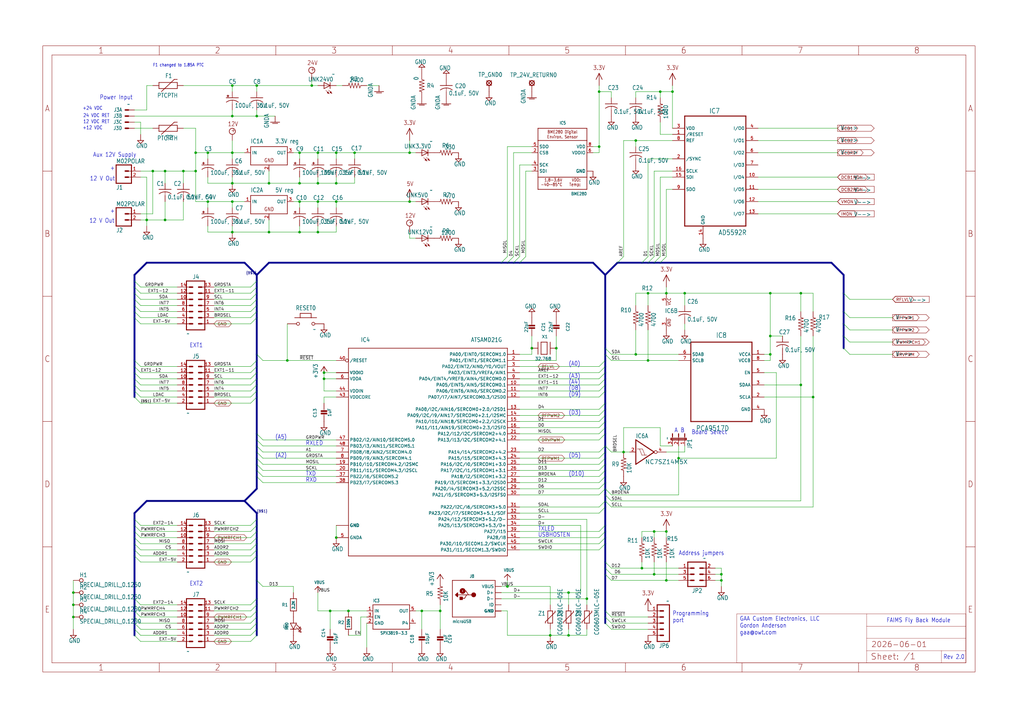
<source format=kicad_sch>
(kicad_sch (version 20231120) (generator "eeschema") (generator_version "8.0")
  (paper "User" 425.45 298.602)
  (junction (at 276.86 220.98))
  (junction (at 63.5 71.12))
  (junction (at 134.62 157.48))
  (junction (at 124.46 83.82))
  (junction (at 68.58 91.44))
  (junction (at 132.08 83.82))
  (junction (at 139.7 63.5))
  (junction (at 106.68 48.26))
  (junction (at 264.16 147.32))
  (junction (at 144.78 254))
  (junction (at 132.08 96.52))
  (junction (at 96.52 96.52))
  (junction (at 124.46 76.2))
  (junction (at 30.48 246.38))
  (junction (at 243.84 248.92))
  (junction (at 274.32 38.1))
  (junction (at 86.36 83.82))
  (junction (at 259.08 187.96))
  (junction (at 248.92 38.1))
  (junction (at 81.28 71.12))
  (junction (at 269.24 121.92))
  (junction (at 332.74 160.02))
  (junction (at 271.78 220.98))
  (junction (at 320.04 121.92))
  (junction (at 132.08 63.5))
  (junction (at 220.98 144.78))
  (junction (at 96.52 83.82))
  (junction (at 320.04 147.32))
  (junction (at 139.7 223.52))
  (junction (at 231.14 144.78))
  (junction (at 271.78 238.76))
  (junction (at 332.74 121.92))
  (junction (at 228.6 264.16))
  (junction (at 124.46 96.52))
  (junction (at 236.22 264.16))
  (junction (at 106.68 35.56))
  (junction (at 86.36 63.5))
  (junction (at 320.04 139.7))
  (junction (at 111.76 76.2))
  (junction (at 76.2 71.12))
  (junction (at 266.7 236.22))
  (junction (at 337.82 165.1))
  (junction (at 132.08 76.2))
  (junction (at 60.96 91.44))
  (junction (at 279.4 38.1))
  (junction (at 182.88 254))
  (junction (at 175.26 254))
  (junction (at 281.94 190.5))
  (junction (at 68.58 71.12))
  (junction (at 147.32 63.5))
  (junction (at 236.22 246.38))
  (junction (at 30.48 256.54))
  (junction (at 96.52 63.5))
  (junction (at 264.16 58.42))
  (junction (at 170.18 83.82))
  (junction (at 96.52 76.2))
  (junction (at 81.28 63.5))
  (junction (at 276.86 241.3))
  (junction (at 119.38 149.86))
  (junction (at 124.46 63.5))
  (junction (at 269.24 149.86))
  (junction (at 96.52 48.26))
  (junction (at 111.76 96.52))
  (junction (at 30.48 251.46))
  (junction (at 129.54 35.56))
  (junction (at 276.86 121.92))
  (junction (at 284.48 121.92))
  (junction (at 96.52 35.56))
  (junction (at 139.7 83.82))
  (junction (at 299.72 238.76))
  (junction (at 299.72 241.3))
  (junction (at 248.92 60.96))
  (junction (at 137.16 254))
  (junction (at 170.18 63.5))
  (junction (at 134.62 154.94))
  (junction (at 210.82 243.84))
  (junction (at 139.7 76.2))
  (bus_entry (at 104.14 152.4) (size 2.54 -2.54))
  (bus_entry (at 58.42 167.64) (size -2.54 -2.54))
  (bus_entry (at 353.06 137.16) (size -2.54 -2.54))
  (bus_entry (at 104.14 154.94) (size 2.54 -2.54))
  (bus_entry (at 58.42 165.1) (size -2.54 -2.54))
  (bus_entry (at 248.92 200.66) (size 2.54 -2.54))
  (bus_entry (at 104.14 228.6) (size 2.54 -2.54))
  (bus_entry (at 248.92 154.94) (size 2.54 -2.54))
  (bus_entry (at 58.42 162.56) (size -2.54 -2.54))
  (bus_entry (at 248.92 177.8) (size 2.54 -2.54))
  (bus_entry (at 58.42 254) (size -2.54 -2.54))
  (bus_entry (at 104.14 233.68) (size 2.54 -2.54))
  (bus_entry (at 58.42 261.62) (size -2.54 -2.54))
  (bus_entry (at 248.92 203.2) (size 2.54 -2.54))
  (bus_entry (at 248.92 205.74) (size 2.54 -2.54))
  (bus_entry (at 104.14 266.7) (size 2.54 -2.54))
  (bus_entry (at 248.92 226.06) (size 2.54 -2.54))
  (bus_entry (at 58.42 127) (size -2.54 -2.54))
  (bus_entry (at 104.14 256.54) (size 2.54 -2.54))
  (bus_entry (at 58.42 134.62) (size -2.54 -2.54))
  (bus_entry (at 58.42 121.92) (size -2.54 -2.54))
  (bus_entry (at 104.14 261.62) (size 2.54 -2.54))
  (bus_entry (at 254 205.74) (size -2.54 -2.54))
  (bus_entry (at 248.92 175.26) (size 2.54 -2.54))
  (bus_entry (at 104.14 167.64) (size 2.54 -2.54))
  (bus_entry (at 104.14 127) (size 2.54 -2.54))
  (bus_entry (at 254 238.76) (size -2.54 -2.54))
  (bus_entry (at 254 241.3) (size -2.54 -2.54))
  (bus_entry (at 58.42 132.08) (size -2.54 -2.54))
  (bus_entry (at 58.42 124.46) (size -2.54 -2.54))
  (bus_entry (at 248.92 198.12) (size 2.54 -2.54))
  (bus_entry (at 104.14 231.14) (size 2.54 -2.54))
  (bus_entry (at 254 208.28) (size -2.54 -2.54))
  (bus_entry (at 104.14 220.98) (size 2.54 -2.54))
  (bus_entry (at 104.14 251.46) (size 2.54 -2.54))
  (bus_entry (at 109.22 190.5) (size -2.54 -2.54))
  (bus_entry (at 248.92 190.5) (size 2.54 -2.54))
  (bus_entry (at 58.42 251.46) (size -2.54 -2.54))
  (bus_entry (at 248.92 165.1) (size 2.54 -2.54))
  (bus_entry (at 58.42 220.98) (size -2.54 -2.54))
  (bus_entry (at 353.06 124.46) (size -2.54 -2.54))
  (bus_entry (at 248.92 170.18) (size 2.54 -2.54))
  (bus_entry (at 276.86 106.68) (size -2.54 2.54))
  (bus_entry (at 109.22 149.86) (size -2.54 -2.54))
  (bus_entry (at 248.92 157.48) (size 2.54 -2.54))
  (bus_entry (at 254 187.96) (size -2.54 -2.54))
  (bus_entry (at 58.42 228.6) (size -2.54 -2.54))
  (bus_entry (at 254 256.54) (size -2.54 -2.54))
  (bus_entry (at 58.42 119.38) (size -2.54 -2.54))
  (bus_entry (at 104.14 218.44) (size 2.54 -2.54))
  (bus_entry (at 210.82 106.68) (size -2.54 2.54))
  (bus_entry (at 58.42 226.06) (size -2.54 -2.54))
  (bus_entry (at 353.06 142.24) (size -2.54 -2.54))
  (bus_entry (at 109.22 185.42) (size -2.54 -2.54))
  (bus_entry (at 58.42 129.54) (size -2.54 -2.54))
  (bus_entry (at 353.06 147.32) (size -2.54 -2.54))
  (bus_entry (at 109.22 243.84) (size -2.54 -2.54))
  (bus_entry (at 269.24 106.68) (size -2.54 2.54))
  (bus_entry (at 104.14 160.02) (size 2.54 -2.54))
  (bus_entry (at 104.14 254) (size 2.54 -2.54))
  (bus_entry (at 104.14 134.62) (size 2.54 -2.54))
  (bus_entry (at 104.14 259.08) (size 2.54 -2.54))
  (bus_entry (at 104.14 132.08) (size 2.54 -2.54))
  (bus_entry (at 58.42 256.54) (size -2.54 -2.54))
  (bus_entry (at 248.92 182.88) (size 2.54 -2.54))
  (bus_entry (at 353.06 132.08) (size -2.54 -2.54))
  (bus_entry (at 58.42 259.08) (size -2.54 -2.54))
  (bus_entry (at 58.42 154.94) (size -2.54 -2.54))
  (bus_entry (at 271.78 106.68) (size -2.54 2.54))
  (bus_entry (at 58.42 264.16) (size -2.54 -2.54))
  (bus_entry (at 58.42 157.48) (size -2.54 -2.54))
  (bus_entry (at 58.42 218.44) (size -2.54 -2.54))
  (bus_entry (at 109.22 195.58) (size -2.54 -2.54))
  (bus_entry (at 58.42 223.52) (size -2.54 -2.54))
  (bus_entry (at 254 259.08) (size -2.54 -2.54))
  (bus_entry (at 109.22 193.04) (size -2.54 -2.54))
  (bus_entry (at 248.92 195.58) (size 2.54 -2.54))
  (bus_entry (at 248.92 162.56) (size 2.54 -2.54))
  (bus_entry (at 248.92 193.04) (size 2.54 -2.54))
  (bus_entry (at 104.14 226.06) (size 2.54 -2.54))
  (bus_entry (at 104.14 121.92) (size 2.54 -2.54))
  (bus_entry (at 248.92 152.4) (size 2.54 -2.54))
  (bus_entry (at 259.08 106.68) (size -2.54 2.54))
  (bus_entry (at 254 261.62) (size -2.54 -2.54))
  (bus_entry (at 248.92 220.98) (size 2.54 -2.54))
  (bus_entry (at 248.92 172.72) (size 2.54 -2.54))
  (bus_entry (at 104.14 165.1) (size 2.54 -2.54))
  (bus_entry (at 109.22 182.88) (size -2.54 -2.54))
  (bus_entry (at 58.42 160.02) (size -2.54 -2.54))
  (bus_entry (at 58.42 233.68) (size -2.54 -2.54))
  (bus_entry (at 254 149.86) (size -2.54 -2.54))
  (bus_entry (at 58.42 152.4) (size -2.54 -2.54))
  (bus_entry (at 104.14 129.54) (size 2.54 -2.54))
  (bus_entry (at 104.14 157.48) (size 2.54 -2.54))
  (bus_entry (at 248.92 187.96) (size 2.54 -2.54))
  (bus_entry (at 58.42 266.7) (size -2.54 -2.54))
  (bus_entry (at 104.14 223.52) (size 2.54 -2.54))
  (bus_entry (at 248.92 213.36) (size 2.54 -2.54))
  (bus_entry (at 254 236.22) (size -2.54 -2.54))
  (bus_entry (at 109.22 187.96) (size -2.54 -2.54))
  (bus_entry (at 58.42 231.14) (size -2.54 -2.54))
  (bus_entry (at 248.92 210.82) (size 2.54 -2.54))
  (bus_entry (at 213.36 106.68) (size -2.54 2.54))
  (bus_entry (at 215.9 106.68) (size -2.54 2.54))
  (bus_entry (at 104.14 264.16) (size 2.54 -2.54))
  (bus_entry (at 248.92 228.6) (size 2.54 -2.54))
  (bus_entry (at 254 147.32) (size -2.54 -2.54))
  (bus_entry (at 104.14 162.56) (size 2.54 -2.54))
  (bus_entry (at 109.22 198.12) (size -2.54 -2.54))
  (bus_entry (at 248.92 223.52) (size 2.54 -2.54))
  (bus_entry (at 109.22 200.66) (size -2.54 -2.54))
  (bus_entry (at 254 210.82) (size -2.54 -2.54))
  (bus_entry (at 248.92 160.02) (size 2.54 -2.54))
  (bus_entry (at 274.32 106.68) (size -2.54 2.54))
  (bus_entry (at 104.14 119.38) (size 2.54 -2.54))
  (bus_entry (at 104.14 124.46) (size 2.54 -2.54))
  (bus_entry (at 218.44 106.68) (size -2.54 2.54))
  (bus_entry (at 248.92 180.34) (size 2.54 -2.54))
  (wire (pts (xy 284.48 137.16) (xy 284.48 134.62)) (stroke (width 0.1524)))
  (wire (pts (xy 332.74 121.92) (xy 332.74 129.54)) (stroke (width 0.1524)))
  (wire (pts (xy 101.6 83.82) (xy 96.52 83.82)) (stroke (width 0.1524)))
  (wire (pts (xy 132.08 76.2) (xy 124.46 76.2)) (stroke (width 0.1524)))
  (wire (pts (xy 241.3 218.44) (xy 215.9 218.44)) (stroke (width 0.1524)))
  (bus (pts (xy 106.68 147.32) (xy 106.68 149.86)) (stroke (width 0.762)))
  (wire (pts (xy 259.08 58.42) (xy 259.08 106.68)) (stroke (width 0.1524)))
  (wire (pts (xy 215.9 182.88) (xy 248.92 182.88)) (stroke (width 0.1524)))
  (wire (pts (xy 111.76 96.52) (xy 124.46 96.52)) (stroke (width 0.1524)))
  (bus (pts (xy 106.68 129.54) (xy 106.68 132.08)) (stroke (width 0.762)))
  (wire (pts (xy 215.9 68.58) (xy 215.9 106.68)) (stroke (width 0.1524)))
  (wire (pts (xy 124.46 66.04) (xy 124.46 63.5)) (stroke (width 0.1524)))
  (bus (pts (xy 106.68 185.42) (xy 106.68 187.96)) (stroke (width 0.762)))
  (wire (pts (xy 261.62 187.96) (xy 259.08 187.96)) (stroke (width 0.1524)))
  (wire (pts (xy 320.04 149.86) (xy 317.5 149.86)) (stroke (width 0.1524)))
  (wire (pts (xy 73.66 256.54) (xy 58.42 256.54)) (stroke (width 0.1524)))
  (bus (pts (xy 106.68 203.2) (xy 101.6 208.28)) (stroke (width 0.762)))
  (wire (pts (xy 248.92 63.5) (xy 248.92 60.96)) (stroke (width 0.1524)))
  (wire (pts (xy 215.9 154.94) (xy 248.92 154.94)) (stroke (width 0.1524)))
  (wire (pts (xy 73.66 167.64) (xy 58.42 167.64)) (stroke (width 0.1524)))
  (bus (pts (xy 55.88 226.06) (xy 55.88 223.52)) (stroke (width 0.762)))
  (wire (pts (xy 137.16 254) (xy 137.16 261.62)) (stroke (width 0.1524)))
  (wire (pts (xy 132.08 83.82) (xy 139.7 83.82)) (stroke (width 0.1524)))
  (wire (pts (xy 220.98 60.96) (xy 210.82 60.96)) (stroke (width 0.1524)))
  (wire (pts (xy 215.9 157.48) (xy 248.92 157.48)) (stroke (width 0.1524)))
  (bus (pts (xy 256.54 109.22) (xy 266.7 109.22)) (stroke (width 0.762)))
  (bus (pts (xy 60.96 109.22) (xy 101.6 109.22)) (stroke (width 0.762)))
  (wire (pts (xy 73.66 218.44) (xy 58.42 218.44)) (stroke (width 0.1524)))
  (wire (pts (xy 281.94 236.22) (xy 266.7 236.22)) (stroke (width 0.1524)))
  (wire (pts (xy 139.7 76.2) (xy 147.32 76.2)) (stroke (width 0.1524)))
  (wire (pts (xy 175.26 261.62) (xy 175.26 254)) (stroke (width 0.1524)))
  (bus (pts (xy 55.88 121.92) (xy 55.88 119.38)) (stroke (width 0.762)))
  (wire (pts (xy 96.52 96.52) (xy 111.76 96.52)) (stroke (width 0.1524)))
  (bus (pts (xy 106.68 182.88) (xy 106.68 185.42)) (stroke (width 0.762)))
  (bus (pts (xy 106.68 149.86) (xy 106.68 152.4)) (stroke (width 0.762)))
  (bus (pts (xy 271.78 109.22) (xy 274.32 109.22)) (stroke (width 0.762)))
  (wire (pts (xy 337.82 165.1) (xy 337.82 210.82)) (stroke (width 0.1524)))
  (bus (pts (xy 106.68 223.52) (xy 106.68 226.06)) (stroke (width 0.762)))
  (wire (pts (xy 121.92 246.38) (xy 121.92 243.84)) (stroke (width 0.1524)))
  (wire (pts (xy 172.72 254) (xy 175.26 254)) (stroke (width 0.1524)))
  (wire (pts (xy 314.96 88.9) (xy 347.98 88.9)) (stroke (width 0.1524)))
  (wire (pts (xy 147.32 76.2) (xy 147.32 73.66)) (stroke (width 0.1524)))
  (wire (pts (xy 86.36 73.66) (xy 86.36 76.2)) (stroke (width 0.1524)))
  (bus (pts (xy 106.68 195.58) (xy 106.68 198.12)) (stroke (width 0.762)))
  (wire (pts (xy 139.7 195.58) (xy 109.22 195.58)) (stroke (width 0.1524)))
  (wire (pts (xy 55.88 50.8) (xy 58.42 50.8)) (stroke (width 0.1524)))
  (wire (pts (xy 279.4 78.74) (xy 276.86 78.74)) (stroke (width 0.1524)))
  (wire (pts (xy 73.66 119.38) (xy 58.42 119.38)) (stroke (width 0.1524)))
  (wire (pts (xy 320.04 149.86) (xy 320.04 147.32)) (stroke (width 0.1524)))
  (bus (pts (xy 251.46 236.22) (xy 251.46 233.68)) (stroke (width 0.762)))
  (wire (pts (xy 254 38.1) (xy 248.92 38.1)) (stroke (width 0.1524)))
  (wire (pts (xy 279.4 53.34) (xy 279.4 38.1)) (stroke (width 0.1524)))
  (wire (pts (xy 58.42 152.4) (xy 73.66 152.4)) (stroke (width 0.1524)))
  (bus (pts (xy 106.68 165.1) (xy 106.68 180.34)) (stroke (width 0.762)))
  (wire (pts (xy 264.16 58.42) (xy 264.16 60.96)) (stroke (width 0.1524)))
  (wire (pts (xy 139.7 162.56) (xy 134.62 162.56)) (stroke (width 0.1524)))
  (wire (pts (xy 218.44 71.12) (xy 218.44 106.68)) (stroke (width 0.1524)))
  (wire (pts (xy 73.66 162.56) (xy 58.42 162.56)) (stroke (width 0.1524)))
  (wire (pts (xy 119.38 149.86) (xy 109.22 149.86)) (stroke (width 0.1524)))
  (wire (pts (xy 63.5 71.12) (xy 63.5 88.9)) (stroke (width 0.1524)))
  (bus (pts (xy 106.68 218.44) (xy 106.68 220.98)) (stroke (width 0.762)))
  (wire (pts (xy 111.76 76.2) (xy 111.76 71.12)) (stroke (width 0.1524)))
  (bus (pts (xy 106.68 157.48) (xy 106.68 160.02)) (stroke (width 0.762)))
  (bus (pts (xy 106.68 254) (xy 106.68 256.54)) (stroke (width 0.762)))
  (wire (pts (xy 73.66 264.16) (xy 58.42 264.16)) (stroke (width 0.1524)))
  (wire (pts (xy 76.2 83.82) (xy 76.2 91.44)) (stroke (width 0.1524)))
  (wire (pts (xy 88.9 218.44) (xy 104.14 218.44)) (stroke (width 0.1524)))
  (wire (pts (xy 254 40.64) (xy 254 38.1)) (stroke (width 0.1524)))
  (bus (pts (xy 251.46 172.72) (xy 251.46 170.18)) (stroke (width 0.762)))
  (wire (pts (xy 124.46 96.52) (xy 132.08 96.52)) (stroke (width 0.1524)))
  (wire (pts (xy 144.78 254) (xy 137.16 254)) (stroke (width 0.1524)))
  (bus (pts (xy 55.88 261.62) (xy 55.88 259.08)) (stroke (width 0.762)))
  (wire (pts (xy 106.68 45.72) (xy 106.68 48.26)) (stroke (width 0.1524)))
  (bus (pts (xy 251.46 256.54) (xy 251.46 254)) (stroke (width 0.762)))
  (wire (pts (xy 60.96 35.56) (xy 63.5 35.56)) (stroke (width 0.1524)))
  (wire (pts (xy 139.7 157.48) (xy 134.62 157.48)) (stroke (width 0.1524)))
  (wire (pts (xy 147.32 63.5) (xy 139.7 63.5)) (stroke (width 0.1524)))
  (wire (pts (xy 208.28 254) (xy 210.82 254)) (stroke (width 0.1524)))
  (wire (pts (xy 144.78 264.16) (xy 149.86 264.16)) (stroke (width 0.1524)))
  (wire (pts (xy 88.9 231.14) (xy 104.14 231.14)) (stroke (width 0.1524)))
  (bus (pts (xy 251.46 233.68) (xy 251.46 226.06)) (stroke (width 0.762)))
  (wire (pts (xy 271.78 233.68) (xy 271.78 238.76)) (stroke (width 0.1524)))
  (wire (pts (xy 152.4 254) (xy 144.78 254)) (stroke (width 0.1524)))
  (wire (pts (xy 210.82 254) (xy 210.82 264.16)) (stroke (width 0.1524)))
  (wire (pts (xy 236.22 251.46) (xy 236.22 246.38)) (stroke (width 0.1524)))
  (wire (pts (xy 132.08 76.2) (xy 139.7 76.2)) (stroke (width 0.1524)))
  (bus (pts (xy 55.88 124.46) (xy 55.88 121.92)) (stroke (width 0.762)))
  (wire (pts (xy 124.46 86.36) (xy 124.46 83.82)) (stroke (width 0.1524)))
  (wire (pts (xy 73.66 226.06) (xy 58.42 226.06)) (stroke (width 0.1524)))
  (wire (pts (xy 129.54 35.56) (xy 129.54 33.02)) (stroke (width 0.1524)))
  (bus (pts (xy 106.68 160.02) (xy 106.68 162.56)) (stroke (width 0.762)))
  (bus (pts (xy 106.68 127) (xy 106.68 129.54)) (stroke (width 0.762)))
  (bus (pts (xy 251.46 162.56) (xy 251.46 160.02)) (stroke (width 0.762)))
  (wire (pts (xy 370.84 142.24) (xy 353.06 142.24)) (stroke (width 0.1524)))
  (wire (pts (xy 284.48 185.42) (xy 284.48 187.96)) (stroke (width 0.1524)))
  (wire (pts (xy 68.58 83.82) (xy 68.58 91.44)) (stroke (width 0.1524)))
  (bus (pts (xy 55.88 251.46) (xy 55.88 248.92)) (stroke (width 0.762)))
  (wire (pts (xy 73.66 121.92) (xy 58.42 121.92)) (stroke (width 0.1524)))
  (bus (pts (xy 106.68 256.54) (xy 106.68 259.08)) (stroke (width 0.762)))
  (bus (pts (xy 251.46 203.2) (xy 251.46 200.66)) (stroke (width 0.762)))
  (wire (pts (xy 88.9 220.98) (xy 104.14 220.98)) (stroke (width 0.1524)))
  (wire (pts (xy 63.5 71.12) (xy 68.58 71.12)) (stroke (width 0.1524)))
  (bus (pts (xy 350.52 139.7) (xy 350.52 144.78)) (stroke (width 0.762)))
  (wire (pts (xy 73.66 124.46) (xy 58.42 124.46)) (stroke (width 0.1524)))
  (wire (pts (xy 139.7 154.94) (xy 134.62 154.94)) (stroke (width 0.1524)))
  (wire (pts (xy 88.9 165.1) (xy 104.14 165.1)) (stroke (width 0.1524)))
  (wire (pts (xy 281.94 185.42) (xy 281.94 190.5)) (stroke (width 0.1524)))
  (wire (pts (xy 88.9 132.08) (xy 104.14 132.08)) (stroke (width 0.1524)))
  (wire (pts (xy 281.94 238.76) (xy 271.78 238.76)) (stroke (width 0.1524)))
  (wire (pts (xy 88.9 251.46) (xy 104.14 251.46)) (stroke (width 0.1524)))
  (bus (pts (xy 111.76 109.22) (xy 208.28 109.22)) (stroke (width 0.762)))
  (wire (pts (xy 264.16 38.1) (xy 264.16 40.64)) (stroke (width 0.1524)))
  (wire (pts (xy 55.88 48.26) (xy 96.52 48.26)) (stroke (width 0.1524)))
  (wire (pts (xy 86.36 93.98) (xy 86.36 96.52)) (stroke (width 0.1524)))
  (wire (pts (xy 58.42 73.66) (xy 60.96 73.66)) (stroke (width 0.1524)))
  (wire (pts (xy 241.3 246.38) (xy 236.22 246.38)) (stroke (width 0.1524)))
  (wire (pts (xy 228.6 264.16) (xy 236.22 264.16)) (stroke (width 0.1524)))
  (wire (pts (xy 269.24 121.92) (xy 276.86 121.92)) (stroke (width 0.1524)))
  (bus (pts (xy 106.68 259.08) (xy 106.68 261.62)) (stroke (width 0.762)))
  (bus (pts (xy 106.68 152.4) (xy 106.68 154.94)) (stroke (width 0.762)))
  (bus (pts (xy 251.46 167.64) (xy 251.46 162.56)) (stroke (width 0.762)))
  (wire (pts (xy 30.48 246.38) (xy 30.48 241.3)) (stroke (width 0.1524)))
  (bus (pts (xy 251.46 195.58) (xy 251.46 193.04)) (stroke (width 0.762)))
  (wire (pts (xy 86.36 83.82) (xy 81.28 83.82)) (stroke (width 0.1524)))
  (wire (pts (xy 88.9 154.94) (xy 104.14 154.94)) (stroke (width 0.1524)))
  (bus (pts (xy 251.46 177.8) (xy 251.46 175.26)) (stroke (width 0.762)))
  (wire (pts (xy 284.48 187.96) (xy 276.86 187.96)) (stroke (width 0.1524)))
  (wire (pts (xy 139.7 96.52) (xy 139.7 93.98)) (stroke (width 0.1524)))
  (bus (pts (xy 55.88 165.1) (xy 55.88 162.56)) (stroke (width 0.762)))
  (wire (pts (xy 347.98 63.5) (xy 314.96 63.5)) (stroke (width 0.1524)))
  (wire (pts (xy 322.58 190.5) (xy 322.58 154.94)) (stroke (width 0.1524)))
  (wire (pts (xy 264.16 121.92) (xy 269.24 121.92)) (stroke (width 0.1524)))
  (wire (pts (xy 241.3 218.44) (xy 241.3 246.38)) (stroke (width 0.1524)))
  (wire (pts (xy 157.48 35.56) (xy 152.4 35.56)) (stroke (width 0.1524)))
  (bus (pts (xy 55.88 218.44) (xy 55.88 215.9)) (stroke (width 0.762)))
  (bus (pts (xy 55.88 132.08) (xy 55.88 129.54)) (stroke (width 0.762)))
  (bus (pts (xy 55.88 259.08) (xy 55.88 256.54)) (stroke (width 0.762)))
  (bus (pts (xy 101.6 208.28) (xy 106.68 213.36)) (stroke (width 0.762)))
  (wire (pts (xy 139.7 218.44) (xy 139.7 223.52)) (stroke (width 0.1524)))
  (wire (pts (xy 88.9 254) (xy 104.14 254)) (stroke (width 0.1524)))
  (bus (pts (xy 55.88 152.4) (xy 55.88 149.86)) (stroke (width 0.762)))
  (wire (pts (xy 134.62 162.56) (xy 134.62 157.48)) (stroke (width 0.1524)))
  (bus (pts (xy 251.46 226.06) (xy 251.46 223.52)) (stroke (width 0.762)))
  (wire (pts (xy 63.5 88.9) (xy 58.42 88.9)) (stroke (width 0.1524)))
  (wire (pts (xy 88.9 119.38) (xy 104.14 119.38)) (stroke (width 0.1524)))
  (wire (pts (xy 215.9 165.1) (xy 248.92 165.1)) (stroke (width 0.1524)))
  (bus (pts (xy 251.46 175.26) (xy 251.46 172.72)) (stroke (width 0.762)))
  (bus (pts (xy 55.88 256.54) (xy 55.88 254)) (stroke (width 0.762)))
  (wire (pts (xy 279.4 58.42) (xy 264.16 58.42)) (stroke (width 0.1524)))
  (wire (pts (xy 88.9 226.06) (xy 104.14 226.06)) (stroke (width 0.1524)))
  (wire (pts (xy 88.9 121.92) (xy 104.14 121.92)) (stroke (width 0.1524)))
  (wire (pts (xy 322.58 154.94) (xy 317.5 154.94)) (stroke (width 0.1524)))
  (wire (pts (xy 88.9 162.56) (xy 104.14 162.56)) (stroke (width 0.1524)))
  (wire (pts (xy 86.36 66.04) (xy 86.36 63.5)) (stroke (width 0.1524)))
  (bus (pts (xy 55.88 160.02) (xy 55.88 157.48)) (stroke (width 0.762)))
  (wire (pts (xy 96.52 73.66) (xy 96.52 76.2)) (stroke (width 0.1524)))
  (wire (pts (xy 236.22 264.16) (xy 243.84 264.16)) (stroke (width 0.1524)))
  (wire (pts (xy 215.9 200.66) (xy 248.92 200.66)) (stroke (width 0.1524)))
  (wire (pts (xy 68.58 91.44) (xy 60.96 91.44)) (stroke (width 0.1524)))
  (wire (pts (xy 139.7 185.42) (xy 109.22 185.42)) (stroke (width 0.1524)))
  (wire (pts (xy 58.42 91.44) (xy 60.96 91.44)) (stroke (width 0.1524)))
  (wire (pts (xy 139.7 187.96) (xy 109.22 187.96)) (stroke (width 0.1524)))
  (wire (pts (xy 264.16 58.42) (xy 259.08 58.42)) (stroke (width 0.1524)))
  (bus (pts (xy 106.68 190.5) (xy 106.68 193.04)) (stroke (width 0.762)))
  (wire (pts (xy 124.46 83.82) (xy 132.08 83.82)) (stroke (width 0.1524)))
  (wire (pts (xy 73.66 157.48) (xy 58.42 157.48)) (stroke (width 0.1524)))
  (bus (pts (xy 55.88 157.48) (xy 55.88 154.94)) (stroke (width 0.762)))
  (wire (pts (xy 76.2 53.34) (xy 81.28 53.34)) (stroke (width 0.1524)))
  (wire (pts (xy 317.5 147.32) (xy 320.04 147.32)) (stroke (width 0.1524)))
  (wire (pts (xy 231.14 149.86) (xy 231.14 144.78)) (stroke (width 0.1524)))
  (wire (pts (xy 111.76 96.52) (xy 111.76 91.44)) (stroke (width 0.1524)))
  (wire (pts (xy 332.74 160.02) (xy 332.74 208.28)) (stroke (width 0.1524)))
  (wire (pts (xy 88.9 228.6) (xy 104.14 228.6)) (stroke (width 0.1524)))
  (bus (pts (xy 106.68 226.06) (xy 106.68 228.6)) (stroke (width 0.762)))
  (wire (pts (xy 281.94 205.74) (xy 254 205.74)) (stroke (width 0.1524)))
  (wire (pts (xy 55.88 53.34) (xy 63.5 53.34)) (stroke (width 0.1524)))
  (wire (pts (xy 88.9 261.62) (xy 104.14 261.62)) (stroke (width 0.1524)))
  (wire (pts (xy 86.36 63.5) (xy 96.52 63.5)) (stroke (width 0.1524)))
  (wire (pts (xy 132.08 96.52) (xy 139.7 96.52)) (stroke (width 0.1524)))
  (wire (pts (xy 96.52 76.2) (xy 111.76 76.2)) (stroke (width 0.1524)))
  (wire (pts (xy 73.66 154.94) (xy 58.42 154.94)) (stroke (width 0.1524)))
  (wire (pts (xy 139.7 149.86) (xy 119.38 149.86)) (stroke (width 0.1524)))
  (wire (pts (xy 276.86 233.68) (xy 276.86 241.3)) (stroke (width 0.1524)))
  (bus (pts (xy 251.46 190.5) (xy 251.46 187.96)) (stroke (width 0.762)))
  (bus (pts (xy 55.88 119.38) (xy 55.88 116.84)) (stroke (width 0.762)))
  (wire (pts (xy 325.12 139.7) (xy 320.04 139.7)) (stroke (width 0.1524)))
  (wire (pts (xy 139.7 35.56) (xy 142.24 35.56)) (stroke (width 0.1524)))
  (bus (pts (xy 251.46 210.82) (xy 251.46 208.28)) (stroke (width 0.762)))
  (bus (pts (xy 251.46 223.52) (xy 251.46 220.98)) (stroke (width 0.762)))
  (bus (pts (xy 269.24 109.22) (xy 271.78 109.22)) (stroke (width 0.762)))
  (wire (pts (xy 58.42 71.12) (xy 63.5 71.12)) (stroke (width 0.1524)))
  (wire (pts (xy 139.7 190.5) (xy 109.22 190.5)) (stroke (width 0.1524)))
  (bus (pts (xy 60.96 208.28) (xy 101.6 208.28)) (stroke (width 0.762)))
  (wire (pts (xy 236.22 261.62) (xy 236.22 264.16)) (stroke (width 0.1524)))
  (wire (pts (xy 76.2 35.56) (xy 96.52 35.56)) (stroke (width 0.1524)))
  (wire (pts (xy 269.24 66.04) (xy 269.24 106.68)) (stroke (width 0.1524)))
  (wire (pts (xy 96.52 83.82) (xy 86.36 83.82)) (stroke (width 0.1524)))
  (bus (pts (xy 350.52 134.62) (xy 350.52 139.7)) (stroke (width 0.762)))
  (bus (pts (xy 106.68 220.98) (xy 106.68 223.52)) (stroke (width 0.762)))
  (wire (pts (xy 132.08 86.36) (xy 132.08 83.82)) (stroke (width 0.1524)))
  (bus (pts (xy 55.88 231.14) (xy 55.88 228.6)) (stroke (width 0.762)))
  (wire (pts (xy 88.9 157.48) (xy 104.14 157.48)) (stroke (width 0.1524)))
  (wire (pts (xy 259.08 177.8) (xy 259.08 187.96)) (stroke (width 0.1524)))
  (bus (pts (xy 106.68 241.3) (xy 106.68 248.92)) (stroke (width 0.762)))
  (wire (pts (xy 274.32 185.42) (xy 274.32 177.8)) (stroke (width 0.1524)))
  (bus (pts (xy 251.46 259.08) (xy 251.46 256.54)) (stroke (width 0.762)))
  (wire (pts (xy 147.32 66.04) (xy 147.32 63.5)) (stroke (width 0.1524)))
  (wire (pts (xy 73.66 266.7) (xy 58.42 266.7)) (stroke (width 0.1524)))
  (wire (pts (xy 332.74 208.28) (xy 254 208.28)) (stroke (width 0.1524)))
  (bus (pts (xy 350.52 121.92) (xy 350.52 129.54)) (stroke (width 0.762)))
  (wire (pts (xy 281.94 190.5) (xy 281.94 205.74)) (stroke (width 0.1524)))
  (wire (pts (xy 88.9 127) (xy 104.14 127)) (stroke (width 0.1524)))
  (wire (pts (xy 73.66 165.1) (xy 58.42 165.1)) (stroke (width 0.1524)))
  (wire (pts (xy 279.4 55.88) (xy 274.32 55.88)) (stroke (width 0.1524)))
  (wire (pts (xy 279.4 73.66) (xy 274.32 73.66)) (stroke (width 0.1524)))
  (bus (pts (xy 106.68 132.08) (xy 106.68 147.32)) (stroke (width 0.762)))
  (wire (pts (xy 119.38 134.62) (xy 119.38 149.86)) (stroke (width 0.1524)))
  (wire (pts (xy 81.28 63.5) (xy 86.36 63.5)) (stroke (width 0.1524)))
  (wire (pts (xy 88.9 223.52) (xy 104.14 223.52)) (stroke (width 0.1524)))
  (wire (pts (xy 320.04 139.7) (xy 320.04 121.92)) (stroke (width 0.1524)))
  (wire (pts (xy 248.92 177.8) (xy 215.9 177.8)) (stroke (width 0.1524)))
  (wire (pts (xy 68.58 71.12) (xy 76.2 71.12)) (stroke (width 0.1524)))
  (wire (pts (xy 73.66 261.62) (xy 58.42 261.62)) (stroke (width 0.1524)))
  (wire (pts (xy 106.68 35.56) (xy 129.54 35.56)) (stroke (width 0.1524)))
  (bus (pts (xy 251.46 152.4) (xy 251.46 149.86)) (stroke (width 0.762)))
  (wire (pts (xy 73.66 223.52) (xy 58.42 223.52)) (stroke (width 0.1524)))
  (wire (pts (xy 314.96 78.74) (xy 347.98 78.74)) (stroke (width 0.1524)))
  (wire (pts (xy 73.66 254) (xy 58.42 254)) (stroke (width 0.1524)))
  (bus (pts (xy 251.46 185.42) (xy 251.46 180.34)) (stroke (width 0.762)))
  (bus (pts (xy 55.88 149.86) (xy 55.88 132.08)) (stroke (width 0.762)))
  (wire (pts (xy 121.92 243.84) (xy 109.22 243.84)) (stroke (width 0.1524)))
  (wire (pts (xy 271.78 238.76) (xy 254 238.76)) (stroke (width 0.1524)))
  (bus (pts (xy 55.88 228.6) (xy 55.88 226.06)) (stroke (width 0.762)))
  (bus (pts (xy 55.88 154.94) (xy 55.88 152.4)) (stroke (width 0.762)))
  (wire (pts (xy 60.96 45.72) (xy 60.96 35.56)) (stroke (width 0.1524)))
  (wire (pts (xy 271.78 223.52) (xy 271.78 220.98)) (stroke (width 0.1524)))
  (wire (pts (xy 139.7 86.36) (xy 139.7 83.82)) (stroke (width 0.1524)))
  (wire (pts (xy 73.66 228.6) (xy 58.42 228.6)) (stroke (width 0.1524)))
  (wire (pts (xy 73.66 132.08) (xy 58.42 132.08)) (stroke (width 0.1524)))
  (wire (pts (xy 215.9 210.82) (xy 248.92 210.82)) (stroke (width 0.1524)))
  (wire (pts (xy 55.88 45.72) (xy 60.96 45.72)) (stroke (width 0.1524)))
  (wire (pts (xy 370.84 147.32) (xy 353.06 147.32)) (stroke (width 0.1524)))
  (wire (pts (xy 170.18 96.52) (xy 170.18 99.06)) (stroke (width 0.1524)))
  (bus (pts (xy 106.68 193.04) (xy 106.68 195.58)) (stroke (width 0.762)))
  (wire (pts (xy 279.4 38.1) (xy 279.4 35.56)) (stroke (width 0.1524)))
  (bus (pts (xy 106.68 154.94) (xy 106.68 157.48)) (stroke (width 0.762)))
  (bus (pts (xy 106.68 119.38) (xy 106.68 121.92)) (stroke (width 0.762)))
  (wire (pts (xy 299.72 238.76) (xy 299.72 241.3)) (stroke (width 0.1524)))
  (wire (pts (xy 264.16 127) (xy 264.16 121.92)) (stroke (width 0.1524)))
  (wire (pts (xy 124.46 76.2) (xy 124.46 73.66)) (stroke (width 0.1524)))
  (bus (pts (xy 106.68 114.3) (xy 111.76 109.22)) (stroke (width 0.762)))
  (bus (pts (xy 251.46 160.02) (xy 251.46 157.48)) (stroke (width 0.762)))
  (bus (pts (xy 251.46 149.86) (xy 251.46 147.32)) (stroke (width 0.762)))
  (bus (pts (xy 106.68 213.36) (xy 106.68 215.9)) (stroke (width 0.762)))
  (bus (pts (xy 251.46 200.66) (xy 251.46 198.12)) (stroke (width 0.762)))
  (wire (pts (xy 215.9 203.2) (xy 248.92 203.2)) (stroke (width 0.1524)))
  (bus (pts (xy 106.68 198.12) (xy 106.68 203.2)) (stroke (width 0.762)))
  (wire (pts (xy 73.66 220.98) (xy 58.42 220.98)) (stroke (width 0.1524)))
  (wire (pts (xy 215.9 215.9) (xy 243.84 215.9)) (stroke (width 0.1524)))
  (wire (pts (xy 73.66 251.46) (xy 58.42 251.46)) (stroke (width 0.1524)))
  (wire (pts (xy 134.62 157.48) (xy 134.62 154.94)) (stroke (width 0.1524)))
  (wire (pts (xy 73.66 160.02) (xy 58.42 160.02)) (stroke (width 0.1524)))
  (wire (pts (xy 149.86 256.54) (xy 152.4 256.54)) (stroke (width 0.1524)))
  (wire (pts (xy 266.7 223.52) (xy 266.7 220.98)) (stroke (width 0.1524)))
  (wire (pts (xy 284.48 127) (xy 284.48 121.92)) (stroke (width 0.1524)))
  (wire (pts (xy 299.72 236.22) (xy 299.72 238.76)) (stroke (width 0.1524)))
  (bus (pts (xy 251.46 147.32) (xy 251.46 144.78)) (stroke (width 0.762)))
  (wire (pts (xy 279.4 185.42) (xy 274.32 185.42)) (stroke (width 0.1524)))
  (wire (pts (xy 284.48 121.92) (xy 276.86 121.92)) (stroke (width 0.1524)))
  (wire (pts (xy 269.24 256.54) (xy 254 256.54)) (stroke (width 0.1524)))
  (wire (pts (xy 248.92 160.02) (xy 215.9 160.02)) (stroke (width 0.1524)))
  (wire (pts (xy 320.04 147.32) (xy 320.04 139.7)) (stroke (width 0.1524)))
  (wire (pts (xy 132.08 246.38) (xy 132.08 254)) (stroke (width 0.1524)))
  (wire (pts (xy 139.7 198.12) (xy 109.22 198.12)) (stroke (width 0.1524)))
  (wire (pts (xy 81.28 53.34) (xy 81.28 63.5)) (stroke (width 0.1524)))
  (wire (pts (xy 124.46 63.5) (xy 121.92 63.5)) (stroke (width 0.1524)))
  (bus (pts (xy 55.88 254) (xy 55.88 251.46)) (stroke (width 0.762)))
  (wire (pts (xy 88.9 152.4) (xy 104.14 152.4)) (stroke (width 0.1524)))
  (wire (pts (xy 215.9 213.36) (xy 248.92 213.36)) (stroke (width 0.1524)))
  (bus (pts (xy 106.68 261.62) (xy 106.68 264.16)) (stroke (width 0.762)))
  (bus (pts (xy 274.32 109.22) (xy 345.44 109.22)) (stroke (width 0.762)))
  (bus (pts (xy 210.82 109.22) (xy 213.36 109.22)) (stroke (width 0.762)))
  (bus (pts (xy 55.88 248.92) (xy 55.88 231.14)) (stroke (width 0.762)))
  (bus (pts (xy 106.68 124.46) (xy 106.68 127)) (stroke (width 0.762)))
  (wire (pts (xy 215.9 193.04) (xy 248.92 193.04)) (stroke (width 0.1524)))
  (bus (pts (xy 213.36 109.22) (xy 215.9 109.22)) (stroke (width 0.762)))
  (wire (pts (xy 274.32 73.66) (xy 274.32 106.68)) (stroke (width 0.1524)))
  (bus (pts (xy 251.46 193.04) (xy 251.46 190.5)) (stroke (width 0.762)))
  (wire (pts (xy 215.9 220.98) (xy 248.92 220.98)) (stroke (width 0.1524)))
  (wire (pts (xy 297.18 238.76) (xy 299.72 238.76)) (stroke (width 0.1524)))
  (bus (pts (xy 55.88 215.9) (xy 55.88 213.36)) (stroke (width 0.762)))
  (wire (pts (xy 276.86 121.92) (xy 276.86 119.38)) (stroke (width 0.1524)))
  (wire (pts (xy 248.92 190.5) (xy 215.9 190.5)) (stroke (width 0.1524)))
  (wire (pts (xy 220.98 147.32) (xy 220.98 144.78)) (stroke (width 0.1524)))
  (bus (pts (xy 251.46 180.34) (xy 251.46 177.8)) (stroke (width 0.762)))
  (wire (pts (xy 276.86 78.74) (xy 276.86 106.68)) (stroke (width 0.1524)))
  (bus (pts (xy 106.68 180.34) (xy 106.68 182.88)) (stroke (width 0.762)))
  (bus (pts (xy 350.52 114.3) (xy 350.52 121.92)) (stroke (width 0.762)))
  (wire (pts (xy 139.7 83.82) (xy 170.18 83.82)) (stroke (width 0.1524)))
  (wire (pts (xy 73.66 129.54) (xy 58.42 129.54)) (stroke (width 0.1524)))
  (bus (pts (xy 251.46 220.98) (xy 251.46 218.44)) (stroke (width 0.762)))
  (bus (pts (xy 55.88 127) (xy 55.88 124.46)) (stroke (width 0.762)))
  (wire (pts (xy 243.84 248.92) (xy 208.28 248.92)) (stroke (width 0.1524)))
  (wire (pts (xy 332.74 121.92) (xy 320.04 121.92)) (stroke (width 0.1524)))
  (wire (pts (xy 96.52 38.1) (xy 96.52 35.56)) (stroke (width 0.1524)))
  (bus (pts (xy 106.68 248.92) (xy 106.68 251.46)) (stroke (width 0.762)))
  (wire (pts (xy 281.94 149.86) (xy 269.24 149.86)) (stroke (width 0.1524)))
  (wire (pts (xy 208.28 243.84) (xy 210.82 243.84)) (stroke (width 0.1524)))
  (wire (pts (xy 73.66 233.68) (xy 58.42 233.68)) (stroke (width 0.1524)))
  (wire (pts (xy 215.9 195.58) (xy 248.92 195.58)) (stroke (width 0.1524)))
  (wire (pts (xy 68.58 76.2) (xy 68.58 71.12)) (stroke (width 0.1524)))
  (wire (pts (xy 30.48 256.54) (xy 30.48 251.46)) (stroke (width 0.1524)))
  (bus (pts (xy 106.68 187.96) (xy 106.68 190.5)) (stroke (width 0.762)))
  (wire (pts (xy 170.18 58.42) (xy 170.18 63.5)) (stroke (width 0.1524)))
  (wire (pts (xy 88.9 256.54) (xy 104.14 256.54)) (stroke (width 0.1524)))
  (bus (pts (xy 251.46 187.96) (xy 251.46 185.42)) (stroke (width 0.762)))
  (wire (pts (xy 269.24 149.86) (xy 254 149.86)) (stroke (width 0.1524)))
  (bus (pts (xy 106.68 228.6) (xy 106.68 231.14)) (stroke (width 0.762)))
  (wire (pts (xy 276.86 241.3) (xy 254 241.3)) (stroke (width 0.1524)))
  (wire (pts (xy 60.96 73.66) (xy 60.96 91.44)) (stroke (width 0.1524)))
  (bus (pts (xy 55.88 116.84) (xy 55.88 114.3)) (stroke (width 0.762)))
  (wire (pts (xy 60.96 91.44) (xy 60.96 93.98)) (stroke (width 0.1524)))
  (wire (pts (xy 370.84 137.16) (xy 353.06 137.16)) (stroke (width 0.1524)))
  (wire (pts (xy 215.9 172.72) (xy 248.92 172.72)) (stroke (width 0.1524)))
  (bus (pts (xy 106.68 231.14) (xy 106.68 241.3)) (stroke (width 0.762)))
  (bus (pts (xy 251.46 205.74) (xy 251.46 203.2)) (stroke (width 0.762)))
  (wire (pts (xy 220.98 68.58) (xy 215.9 68.58)) (stroke (width 0.1524)))
  (wire (pts (xy 96.52 45.72) (xy 96.52 48.26)) (stroke (width 0.1524)))
  (wire (pts (xy 182.88 254) (xy 182.88 261.62)) (stroke (width 0.1524)))
  (wire (pts (xy 269.24 261.62) (xy 254 261.62)) (stroke (width 0.1524)))
  (wire (pts (xy 215.9 162.56) (xy 248.92 162.56)) (stroke (width 0.1524)))
  (wire (pts (xy 271.78 71.12) (xy 271.78 106.68)) (stroke (width 0.1524)))
  (bus (pts (xy 101.6 109.22) (xy 106.68 114.3)) (stroke (width 0.762)))
  (bus (pts (xy 251.46 114.3) (xy 256.54 109.22)) (stroke (width 0.762)))
  (wire (pts (xy 132.08 66.04) (xy 132.08 63.5)) (stroke (width 0.1524)))
  (wire (pts (xy 76.2 91.44) (xy 68.58 91.44)) (stroke (width 0.1524)))
  (wire (pts (xy 88.9 124.46) (xy 104.14 124.46)) (stroke (width 0.1524)))
  (bus (pts (xy 251.46 208.28) (xy 251.46 205.74)) (stroke (width 0.762)))
  (wire (pts (xy 215.9 187.96) (xy 248.92 187.96)) (stroke (width 0.1524)))
  (wire (pts (xy 210.82 264.16) (xy 228.6 264.16)) (stroke (width 0.1524)))
  (wire (pts (xy 337.82 121.92) (xy 332.74 121.92)) (stroke (width 0.1524)))
  (wire (pts (xy 220.98 139.7) (xy 220.98 144.78)) (stroke (width 0.1524)))
  (wire (pts (xy 139.7 63.5) (xy 132.08 63.5)) (stroke (width 0.1524)))
  (bus (pts (xy 106.68 215.9) (xy 106.68 218.44)) (stroke (width 0.762)))
  (wire (pts (xy 86.36 86.36) (xy 86.36 83.82)) (stroke (width 0.1524)))
  (bus (pts (xy 251.46 218.44) (xy 251.46 210.82)) (stroke (width 0.762)))
  (wire (pts (xy 248.92 228.6) (xy 215.9 228.6)) (stroke (width 0.1524)))
  (wire (pts (xy 347.98 73.66) (xy 314.96 73.66)) (stroke (width 0.1524)))
  (wire (pts (xy 96.52 35.56) (xy 106.68 35.56)) (stroke (width 0.1524)))
  (wire (pts (xy 96.52 58.42) (xy 96.52 63.5)) (stroke (width 0.1524)))
  (wire (pts (xy 220.98 71.12) (xy 218.44 71.12)) (stroke (width 0.1524)))
  (wire (pts (xy 124.46 96.52) (xy 124.46 93.98)) (stroke (width 0.1524)))
  (wire (pts (xy 139.7 66.04) (xy 139.7 63.5)) (stroke (width 0.1524)))
  (wire (pts (xy 264.16 137.16) (xy 264.16 147.32)) (stroke (width 0.1524)))
  (wire (pts (xy 96.52 86.36) (xy 96.52 83.82)) (stroke (width 0.1524)))
  (bus (pts (xy 345.44 109.22) (xy 350.52 114.3)) (stroke (width 0.762)))
  (wire (pts (xy 246.38 60.96) (xy 248.92 60.96)) (stroke (width 0.1524)))
  (wire (pts (xy 266.7 233.68) (xy 266.7 236.22)) (stroke (width 0.1524)))
  (wire (pts (xy 231.14 144.78) (xy 231.14 139.7)) (stroke (width 0.1524)))
  (wire (pts (xy 337.82 210.82) (xy 254 210.82)) (stroke (width 0.1524)))
  (bus (pts (xy 106.68 121.92) (xy 106.68 124.46)) (stroke (width 0.762)))
  (wire (pts (xy 106.68 38.1) (xy 106.68 35.56)) (stroke (width 0.1524)))
  (wire (pts (xy 215.9 226.06) (xy 248.92 226.06)) (stroke (width 0.1524)))
  (wire (pts (xy 248.92 60.96) (xy 248.92 38.1)) (stroke (width 0.1524)))
  (bus (pts (xy 251.46 198.12) (xy 251.46 195.58)) (stroke (width 0.762)))
  (wire (pts (xy 182.88 254) (xy 182.88 251.46)) (stroke (width 0.1524)))
  (wire (pts (xy 215.9 223.52) (xy 248.92 223.52)) (stroke (width 0.1524)))
  (wire (pts (xy 88.9 160.02) (xy 104.14 160.02)) (stroke (width 0.1524)))
  (wire (pts (xy 259.08 187.96) (xy 254 187.96)) (stroke (width 0.1524)))
  (wire (pts (xy 266.7 220.98) (xy 271.78 220.98)) (stroke (width 0.1524)))
  (wire (pts (xy 96.52 93.98) (xy 96.52 96.52)) (stroke (width 0.1524)))
  (wire (pts (xy 73.66 231.14) (xy 58.42 231.14)) (stroke (width 0.1524)))
  (wire (pts (xy 139.7 165.1) (xy 134.62 165.1)) (stroke (width 0.1524)))
  (wire (pts (xy 86.36 96.52) (xy 96.52 96.52)) (stroke (width 0.1524)))
  (wire (pts (xy 269.24 127) (xy 269.24 121.92)) (stroke (width 0.1524)))
  (bus (pts (xy 215.9 109.22) (xy 246.38 109.22)) (stroke (width 0.762)))
  (wire (pts (xy 111.76 76.2) (xy 124.46 76.2)) (stroke (width 0.1524)))
  (wire (pts (xy 139.7 200.66) (xy 109.22 200.66)) (stroke (width 0.1524)))
  (wire (pts (xy 274.32 38.1) (xy 264.16 38.1)) (stroke (width 0.1524)))
  (bus (pts (xy 251.46 238.76) (xy 251.46 236.22)) (stroke (width 0.762)))
  (wire (pts (xy 172.72 83.82) (xy 170.18 83.82)) (stroke (width 0.1524)))
  (wire (pts (xy 88.9 264.16) (xy 104.14 264.16)) (stroke (width 0.1524)))
  (wire (pts (xy 81.28 83.82) (xy 81.28 71.12)) (stroke (width 0.1524)))
  (wire (pts (xy 297.18 236.22) (xy 299.72 236.22)) (stroke (width 0.1524)))
  (bus (pts (xy 251.46 254) (xy 251.46 238.76)) (stroke (width 0.762)))
  (wire (pts (xy 337.82 129.54) (xy 337.82 121.92)) (stroke (width 0.1524)))
  (wire (pts (xy 30.48 251.46) (xy 30.48 246.38)) (stroke (width 0.1524)))
  (wire (pts (xy 246.38 63.5) (xy 248.92 63.5)) (stroke (width 0.1524)))
  (wire (pts (xy 73.66 127) (xy 58.42 127)) (stroke (width 0.1524)))
  (wire (pts (xy 88.9 259.08) (xy 104.14 259.08)) (stroke (width 0.1524)))
  (bus (pts (xy 55.88 220.98) (xy 55.88 218.44)) (stroke (width 0.762)))
  (wire (pts (xy 73.66 259.08) (xy 58.42 259.08)) (stroke (width 0.1524)))
  (bus (pts (xy 55.88 264.16) (xy 55.88 261.62)) (stroke (width 0.762)))
  (wire (pts (xy 215.9 180.34) (xy 248.92 180.34)) (stroke (width 0.1524)))
  (wire (pts (xy 58.42 50.8) (xy 58.42 55.88)) (stroke (width 0.1524)))
  (wire (pts (xy 264.16 147.32) (xy 254 147.32)) (stroke (width 0.1524)))
  (wire (pts (xy 170.18 63.5) (xy 172.72 63.5)) (stroke (width 0.1524)))
  (bus (pts (xy 251.46 170.18) (xy 251.46 167.64)) (stroke (width 0.762)))
  (bus (pts (xy 106.68 116.84) (xy 106.68 119.38)) (stroke (width 0.762)))
  (wire (pts (xy 274.32 38.1) (xy 279.4 38.1)) (stroke (width 0.1524)))
  (wire (pts (xy 210.82 243.84) (xy 210.82 241.3)) (stroke (width 0.1524)))
  (wire (pts (xy 96.52 66.04) (xy 96.52 63.5)) (stroke (width 0.1524)))
  (bus (pts (xy 106.68 162.56) (xy 106.68 165.1)) (stroke (width 0.762)))
  (wire (pts (xy 88.9 167.64) (xy 104.14 167.64)) (stroke (width 0.1524)))
  (wire (pts (xy 248.92 170.18) (xy 215.9 170.18)) (stroke (width 0.1524)))
  (wire (pts (xy 269.24 259.08) (xy 254 259.08)) (stroke (width 0.1524)))
  (wire (pts (xy 248.92 198.12) (xy 215.9 198.12)) (stroke (width 0.1524)))
  (wire (pts (xy 170.18 63.5) (xy 147.32 63.5)) (stroke (width 0.1524)))
  (wire (pts (xy 73.66 134.62) (xy 58.42 134.62)) (stroke (width 0.1524)))
  (wire (pts (xy 134.62 165.1) (xy 134.62 167.64)) (stroke (width 0.1524)))
  (wire (pts (xy 243.84 264.16) (xy 243.84 261.62)) (stroke (width 0.1524)))
  (bus (pts (xy 251.46 144.78) (xy 251.46 114.3)) (stroke (width 0.762)))
  (wire (pts (xy 281.94 147.32) (xy 264.16 147.32)) (stroke (width 0.1524)))
  (wire (pts (xy 106.68 48.26) (xy 114.3 48.26)) (stroke (width 0.1524)))
  (wire (pts (xy 271.78 220.98) (xy 276.86 220.98)) (stroke (width 0.1524)))
  (wire (pts (xy 210.82 243.84) (xy 228.6 243.84)) (stroke (width 0.1524)))
  (bus (pts (xy 251.46 154.94) (xy 251.46 152.4)) (stroke (width 0.762)))
  (wire (pts (xy 81.28 71.12) (xy 81.28 63.5)) (stroke (width 0.1524)))
  (wire (pts (xy 175.26 254) (xy 182.88 254)) (stroke (width 0.1524)))
  (wire (pts (xy 370.84 132.08) (xy 353.06 132.08)) (stroke (width 0.1524)))
  (wire (pts (xy 215.9 147.32) (xy 220.98 147.32)) (stroke (width 0.1524)))
  (wire (pts (xy 215.9 149.86) (xy 231.14 149.86)) (stroke (width 0.1524)))
  (bus (pts (xy 106.68 251.46) (xy 106.68 254)) (stroke (width 0.762)))
  (wire (pts (xy 281.94 190.5) (xy 322.58 190.5)) (stroke (width 0.1524)))
  (bus (pts (xy 106.68 114.3) (xy 106.68 116.84)) (stroke (width 0.762)))
  (wire (pts (xy 274.32 177.8) (xy 259.08 177.8)) (stroke (width 0.1524)))
  (wire (pts (xy 337.82 139.7) (xy 337.82 165.1)) (stroke (width 0.1524)))
  (wire (pts (xy 152.4 259.08) (xy 152.4 269.24)) (stroke (width 0.1524)))
  (wire (pts (xy 317.5 160.02) (xy 332.74 160.02)) (stroke (width 0.1524)))
  (wire (pts (xy 274.32 55.88) (xy 274.32 50.8)) (stroke (width 0.1524)))
  (wire (pts (xy 139.7 73.66) (xy 139.7 76.2)) (stroke (width 0.1524)))
  (wire (pts (xy 86.36 76.2) (xy 96.52 76.2)) (stroke (width 0.1524)))
  (wire (pts (xy 347.98 53.34) (xy 314.96 53.34)) (stroke (width 0.1524)))
  (bus (pts (xy 266.7 109.22) (xy 269.24 109.22)) (stroke (width 0.762)))
  (wire (pts (xy 243.84 215.9) (xy 243.84 248.92)) (stroke (width 0.1524)))
  (wire (pts (xy 215.9 152.4) (xy 248.92 152.4)) (stroke (width 0.1524)))
  (wire (pts (xy 236.22 246.38) (xy 208.28 246.38)) (stroke (width 0.1524)))
  (wire (pts (xy 132.08 93.98) (xy 132.08 96.52)) (stroke (width 0.1524)))
  (wire (pts (xy 76.2 76.2) (xy 76.2 71.12)) (stroke (width 0.1524)))
  (wire (pts (xy 228.6 261.62) (xy 228.6 264.16)) (stroke (width 0.1524)))
  (bus (pts (xy 55.88 114.3) (xy 60.96 109.22)) (stroke (width 0.762)))
  (wire (pts (xy 88.9 266.7) (xy 104.14 266.7)) (stroke (width 0.1524)))
  (wire (pts (xy 284.48 121.92) (xy 320.04 121.92)) (stroke (width 0.1524)))
  (wire (pts (xy 139.7 193.04) (xy 109.22 193.04)) (stroke (width 0.1524)))
  (wire (pts (xy 132.08 73.66) (xy 132.08 76.2)) (stroke (width 0.1524)))
  (wire (pts (xy 215.9 175.26) (xy 248.92 175.26)) (stroke (width 0.1524)))
  (wire (pts (xy 370.84 124.46) (xy 353.06 124.46)) (stroke (width 0.1524)))
  (wire (pts (xy 279.4 66.04) (xy 269.24 66.04)) (stroke (width 0.1524)))
  (wire (pts (xy 274.32 40.64) (xy 274.32 38.1)) (stroke (width 0.1524)))
  (bus (pts (xy 55.88 223.52) (xy 55.88 220.98)) (stroke (width 0.762)))
  (wire (pts (xy 88.9 233.68) (xy 104.14 233.68)) (stroke (width 0.1524)))
  (bus (pts (xy 251.46 157.48) (xy 251.46 154.94)) (stroke (width 0.762)))
  (wire (pts (xy 266.7 236.22) (xy 254 236.22)) (stroke (width 0.1524)))
  (wire (pts (xy 317.5 165.1) (xy 337.82 165.1)) (stroke (width 0.1524)))
  (bus (pts (xy 55.88 129.54) (xy 55.88 127)) (stroke (width 0.762)))
  (wire (pts (xy 129.54 35.56) (xy 132.08 35.56)) (stroke (width 0.1524)))
  (wire (pts (xy 96.52 48.26) (xy 106.68 48.26)) (stroke (width 0.1524)))
  (wire (pts (xy 347.98 83.82) (xy 314.96 83.82)) (stroke (width 0.1524)))
  (wire (pts (xy 30.48 261.62) (xy 30.48 256.54)) (stroke (width 0.1524)))
  (wire (pts (xy 279.4 71.12) (xy 271.78 71.12)) (stroke (width 0.1524)))
  (wire (pts (xy 314.96 58.42) (xy 347.98 58.42)) (stroke (width 0.1524)))
  (wire (pts (xy 228.6 243.84) (xy 228.6 251.46)) (stroke (width 0.1524)))
  (wire (pts (xy 132.08 254) (xy 137.16 254)) (stroke (width 0.1524)))
  (bus (pts (xy 350.52 129.54) (xy 350.52 134.62)) (stroke (width 0.762)))
  (wire (pts (xy 88.9 134.62) (xy 104.14 134.62)) (stroke (width 0.1524)))
  (bus (pts (xy 246.38 109.22) (xy 251.46 114.3)) (stroke (width 0.762)))
  (wire (pts (xy 139.7 182.88) (xy 109.22 182.88)) (stroke (width 0.1524)))
  (wire (pts (xy 76.2 71.12) (xy 81.28 71.12)) (stroke (width 0.1524)))
  (wire (pts (xy 281.94 241.3) (xy 276.86 241.3)) (stroke (width 0.1524)))
  (bus (pts (xy 55.88 213.36) (xy 60.96 208.28)) (stroke (width 0.762)))
  (wire (pts (xy 210.82 60.96) (xy 210.82 106.68)) (stroke (width 0.1524)))
  (bus (pts (xy 55.88 162.56) (xy 55.88 160.02)) (stroke (width 0.762)))
  (wire (pts (xy 332.74 139.7) (xy 332.74 160.02)) (stroke (width 0.1524)))
  (wire (pts (xy 88.9 129.54) (xy 104.14 129.54)) (stroke (width 0.1524)))
  (wire (pts (xy 132.08 63.5) (xy 124.46 63.5)) (stroke (width 0.1524)))
  (wire (pts (xy 121.92 83.82) (xy 124.46 83.82)) (stroke (width 0.1524)))
  (wire (pts (xy 170.18 99.06) (xy 172.72 99.06)) (stroke (width 0.1524)))
  (wire (pts (xy 297.18 241.3) (xy 299.72 241.3)) (stroke (width 0.1524)))
  (wire (pts (xy 96.52 63.5) (xy 101.6 63.5)) (stroke (width 0.1524)))
  (wire (pts (xy 299.72 241.3) (xy 299.72 243.84)) (stroke (width 0.1524)))
  (wire (pts (xy 276.86 220.98) (xy 276.86 223.52)) (stroke (width 0.1524)))
  (wire (pts (xy 220.98 63.5) (xy 213.36 63.5)) (stroke (width 0.1524)))
  (bus (pts (xy 208.28 109.22) (xy 210.82 109.22)) (stroke (width 0.762)))
  (wire (pts (xy 213.36 63.5) (xy 213.36 106.68)) (stroke (width 0.1524)))
  (wire (pts (xy 149.86 264.16) (xy 149.86 256.54)) (stroke (width 0.1524)))
  (wire (pts (xy 215.9 205.74) (xy 248.92 205.74)) (stroke (width 0.1524)))
  (wire (pts (xy 243.84 251.46) (xy 243.84 248.92)) (stroke (width 0.1524)))
  (wire (pts (xy 269.24 137.16) (xy 269.24 149.86)) (stroke (width 0.1524)))
  (wire (pts (xy 248.92 38.1) (xy 248.92 35.56)) (stroke (width 0.1524)))
  (text "FAIMS Fly Back Module" (at 368.3 259.08 0) (effects (font (size 1.778 1.5113)) (justify left bottom)))
  (text "EXT1" (at 78.74 144.78 0) (effects (font (size 1.778 1.5113)) (justify left bottom)))
  (text "RXD" (at 127 200.66 0) (effects (font (size 1.778 1.5113)) (justify left bottom)))
  (text "(D10)" (at 236.22 198.12 0) (effects (font (size 1.778 1.5113)) (justify left bottom)))
  (text "(A3)" (at 236.22 157.48 0) (effects (font (size 1.778 1.5113)) (justify left bottom)))
  (text "EXT2" (at 78.74 243.84 0) (effects (font (size 1.778 1.5113)) (justify left bottom)))
  (text "(D9)" (at 236.22 165.1 0) (effects (font (size 1.778 1.5113)) (justify left bottom)))
  (text "(A5)" (at 114.3 182.88 0) (effects (font (size 1.778 1.5113)) (justify left bottom)))
  (text "(A2)" (at 114.3 190.5 0) (effects (font (size 1.778 1.5113)) (justify left bottom)))
  (text "Address jumpers" (at 281.94 231.14 0) (effects (font (size 1.778 1.5113)) (justify left bottom)))
  (text "(D8)" (at 236.22 162.56 0) (effects (font (size 1.778 1.5113)) (justify left bottom)))
  (text "12 V Out" (at 37.338 75.438 0) (effects (font (size 1.778 1.5113)) (justify left bottom)))
  (text "12 V Out" (at 37.084 92.964 0) (effects (font (size 1.778 1.5113)) (justify left bottom)))
  (text "(A0)" (at 236.22 152.4 0) (effects (font (size 1.778 1.5113)) (justify left bottom)))
  (text "+12 VDC" (at 34.29 54.102 0) (effects (font (size 1.4224 1.209)) (justify left bottom)))
  (text "Programming\nport" (at 279.4 259.08 0) (effects (font (size 1.778 1.5113)) (justify left bottom)))
  (text "TXD" (at 127 198.12 0) (effects (font (size 1.778 1.5113)) (justify left bottom)))
  (text "Aux 12V Supply" (at 38.608 65.532 0) (effects (font (size 1.778 1.5113)) (justify left bottom)))
  (text "12 VDC RET" (at 34.544 51.562 0) (effects (font (size 1.4224 1.209)) (justify left bottom)))
  (text "Board Select" (at 287.274 180.848 0) (effects (font (size 1.778 1.5113)) (justify left bottom)))
  (text "B" (at 282.702 180.086 0) (effects (font (size 1.778 1.5113)) (justify left bottom)))
  (text "Rev 2.0" (at 391.922 274.32 0) (effects (font (size 1.778 1.5113)) (justify left bottom)))
  (text "+24 VDC" (at 34.29 45.974 0) (effects (font (size 1.4224 1.209)) (justify left bottom)))
  (text "(D5)" (at 236.22 190.5 0) (effects (font (size 1.778 1.5113)) (justify left bottom)))
  (text "RXLED" (at 127 185.42 0) (effects (font (size 1.778 1.5113)) (justify left bottom)))
  (text "GAA Custom Electronics, LLC\nGordon Anderson\ngaa@owt.com" (at 307.34 264.16 0) (effects (font (size 1.778 1.5113)) (justify left bottom)))
  (text "(D3)" (at 236.22 172.72 0) (effects (font (size 1.778 1.5113)) (justify left bottom)))
  (text "(A4)" (at 236.22 160.02 0) (effects (font (size 1.778 1.5113)) (justify left bottom)))
  (text "USBHOSTEN" (at 223.52 223.52 0) (effects (font (size 1.778 1.5113)) (justify left bottom)))
  (text "TXLED" (at 223.52 220.98 0) (effects (font (size 1.778 1.5113)) (justify left bottom)))
  (text "Power Input" (at 41.402 41.656 0) (effects (font (size 1.778 1.5113)) (justify left bottom)))
  (text "24 VDC RET" (at 34.544 49.022 0) (effects (font (size 1.4224 1.209)) (justify left bottom)))
  (text "+" (at 45.72 88.9 0) (effects (font (size 1.778 1.5113)) (justify left bottom)))
  (text "+" (at 45.72 71.12 0) (effects (font (size 1.778 1.5113)) (justify left bottom)))
  (text "F1 changed to 1.85A PTC" (at 63.5 27.94 0) (effects (font (size 1.27 1.0795)) (justify left bottom)))
  (text "A" (at 280.162 180.086 0) (effects (font (size 1.778 1.5113)) (justify left bottom)))
  (label "D1" (at 223.52 175.26 0) (effects (font (size 1.2446 1.2446))))
  (label "EXT-5V" (at 66.04 233.68 0) (effects (font (size 1.2446 1.2446))))
  (label "PWMRFCH2" (at 88.9 220.98 0) (effects (font (size 1.2446 1.2446))))
  (label "EXT1-12" (at 58.42 154.94 0) (effects (font (size 1.2446 1.2446))))
  (label "EXT1-11" (at 88.9 154.94 0) (effects (font (size 1.2446 1.2446))))
  (label "SWCLK" (at 223.52 226.06 0) (effects (font (size 1.2446 1.2446))))
  (label "SDAL" (at 223.52 210.82 0) (effects (font (size 1.2446 1.2446))))
  (label "MOSIL" (at 127 193.04 0) (effects (font (size 1.2446 1.2446))))
  (label "ADDR1" (at 63.5 231.14 0) (effects (font (size 1.2446 1.2446))))
  (label "BRDSEL" (at 256.54 187.96 90) (effects (font (size 1.2446 1.2446))))
  (label "SCKL" (at 127 195.58 0) (effects (font (size 1.2446 1.2446))))
  (label "VBUS" (at 132.08 246.38 0) (effects (font (size 1.2446 1.2446))))
  (label "LDAC" (at 65.3288 132.08 0) (effects (font (size 1.2446 1.2446))))
  (label "D+" (at 213.36 246.38 0) (effects (font (size 1.2446 1.2446))))
  (label "GRDPWR" (at 59.7154 152.4 0) (effects (font (size 1.2446 1.2446))))
  (label "PWMRFCH3" (at 58.42 256.54 0) (effects (font (size 1.2446 1.2446))))
  (label "MISOL" (at 223.52 180.34 0) (effects (font (size 1.2446 1.2446))))
  (label "EXT2-14" (at 63.5 218.44 0) (effects (font (size 1.2446 1.2446))))
  (label "SDAL" (at 254 208.28 0) (effects (font (size 1.2446 1.2446))))
  (label "GRDPWR" (at 127 182.88 0) (effects (font (size 1.2446 1.2446))))
  (label "MOSI" (at 88.9 259.08 0) (effects (font (size 1.2446 1.2446))))
  (label "EXT1-11" (at 223.52 160.02 0) (effects (font (size 1.2446 1.2446))))
  (label "EXT1-12" (at 223.52 157.48 0) (effects (font (size 1.2446 1.2446))))
  (label "SDA" (at 66.04 124.46 0) (effects (font (size 1.2446 1.2446))))
  (label "VBUS" (at 208.28 243.84 0) (effects (font (size 1.2446 1.2446))))
  (label "AREF" (at 259.08 106.68 90) (effects (font (size 1.2446 1.2446))))
  (label "~{RESET}" (at 254 256.54 0) (effects (font (size 1.2446 1.2446))))
  (label "SWDIO" (at 223.52 228.6 0) (effects (font (size 1.2446 1.2446))))
  (label "CS" (at 68.58 228.6 0) (effects (font (size 1.2446 1.2446))))
  (label "D6" (at 255.27 238.76 0) (effects (font (size 1.2446 1.2446))))
  (label "ADDR2" (at 88.9 261.62 0) (effects (font (size 1.2446 1.2446))))
  (label "EXT1-11" (at 88.9 121.92 0) (effects (font (size 1.2446 1.2446))))
  (label "MISOL" (at 210.82 105.41 90) (effects (font (size 1.2446 1.2446))))
  (label "{B$1}" (at 106.68 114.3 180) (effects (font (size 1.016 1.016))))
  (label "SCKL" (at 215.9 106.68 90) (effects (font (size 1.2446 1.2446))))
  (label "D12" (at 254 236.22 0) (effects (font (size 1.2446 1.2446))))
  (label "SCL" (at 254 149.86 0) (effects (font (size 1.2446 1.2446))))
  (label "BRDENA" (at 254 205.74 0) (effects (font (size 1.2446 1.2446))))
  (label "SCL" (at 88.9 157.48 0) (effects (font (size 1.2446 1.2446))))
  (label "SWCLK" (at 254 259.08 0) (effects (font (size 1.2446 1.2446))))
  (label "BRDSEL" (at 88.9 132.08 0) (effects (font (size 1.2446 1.2446))))
  (label "ADDR2" (at 88.9 228.6 0) (effects (font (size 1.2446 1.2446))))
  (label "INT4" (at 88.9 162.56 0) (effects (font (size 1.2446 1.2446))))
  (label "D4" (at 213.36 106.68 90) (effects (font (size 1.2446 1.2446))))
  (label "INT7" (at 66.04 160.02 0) (effects (font (size 1.2446 1.2446))))
  (label "CS" (at 68.58 261.62 0) (effects (font (size 1.2446 1.2446))))
  (label "INT6" (at 88.9 127 0) (effects (font (size 1.2446 1.2446))))
  (label "D-" (at 223.52 215.9 0) (effects (font (size 1.2446 1.2446))))
  (label "EXT-5V" (at 63.5 167.64 0) (effects (font (size 1.2446 1.2446))))
  (label "MISO" (at 66.04 226.06 0) (effects (font (size 1.2446 1.2446))))
  (label "SCLL" (at 254 210.82 0) (effects (font (size 1.2446 1.2446))))
  (label "D-" (at 213.36 248.92 0) (effects (font (size 1.2446 1.2446))))
  (label "EN" (at 147.32 264.16 0) (effects (font (size 1.2446 1.2446))))
  (label "ADDR0" (at 88.9 231.14 0) (effects (font (size 1.2446 1.2446))))
  (label "D12" (at 223.52 200.66 0) (effects (font (size 1.2446 1.2446))))
  (label "BRDENA" (at 223.52 198.12 0) (effects (font (size 1.2446 1.2446))))
  (label "A1" (at 127 187.96 0) (effects (font (size 1.2446 1.2446))))
  (label "EXT2-14" (at 63.5 251.46 0) (effects (font (size 1.2446 1.2446))))
  (label "EXT-5V" (at 63.5 134.62 0) (effects (font (size 1.2446 1.2446))))
  (label "{B$1}" (at 58.42 167.64 0) (effects (font (size 1.016 1.016))))
  (label "~{RESET}" (at 124.46 149.86 0) (effects (font (size 1.2446 1.2446))))
  (label "INT6" (at 223.52 165.1 0) (effects (font (size 1.2446 1.2446))))
  (label "EXT1-12" (at 61.3918 121.92 0) (effects (font (size 1.2446 1.2446))))
  (label "PWMRFCH3" (at 58.42 223.52 0) (effects (font (size 1.2446 1.2446))))
  (label "MISO" (at 66.04 259.08 0) (effects (font (size 1.2446 1.2446))))
  (label "INT5" (at 66.04 162.56 0) (effects (font (size 1.2446 1.2446))))
  (label "D13" (at 111.76 243.84 0) (effects (font (size 1.2446 1.2446))))
  (label "MOSIL" (at 218.44 105.41 90) (effects (font (size 1.2446 1.2446))))
  (label "INT7" (at 223.52 162.56 0) (effects (font (size 1.2446 1.2446))))
  (label "D4" (at 223.52 170.18 0) (effects (font (size 1.2446 1.2446))))
  (label "LDAC" (at 63.5 165.1 0) (effects (font (size 1.2446 1.2446))))
  (label "EXT-5V" (at 66.04 266.7 0) (effects (font (size 1.2446 1.2446))))
  (label "SCLK" (at 88.9 218.44 0) (effects (font (size 1.2446 1.2446))))
  (label "INT6" (at 88.9 160.02 0) (effects (font (size 1.2446 1.2446))))
  (label "INT5" (at 66.04 129.54 0) (effects (font (size 1.2446 1.2446))))
  (label "PWMRFCH4" (at 58.42 220.98 0) (effects (font (size 1.2446 1.2446))))
  (label "INT4" (at 88.9 129.54 0) (effects (font (size 1.2446 1.2446))))
  (label "D+" (at 223.52 218.44 0) (effects (font (size 1.2446 1.2446))))
  (label "SCL" (at 88.9 124.46 0) (effects (font (size 1.2446 1.2446))))
  (label "{B$1}" (at 106.68 213.36 0) (effects (font (size 1.016 1.016))))
  (label "MOSIL" (at 274.32 106.68 90) (effects (font (size 1.2446 1.2446))))
  (label "SCLK" (at 88.9 251.46 0) (effects (font (size 1.2446 1.2446))))
  (label "SCKL" (at 271.78 106.68 90) (effects (font (size 1.2446 1.2446))))
  (label "D2" (at 223.52 187.96 0) (effects (font (size 1.2446 1.2446))))
  (label "PWMRFCH2" (at 88.9 254 0) (effects (font (size 1.2446 1.2446))))
  (label "PWMRFCH4" (at 58.42 254 0) (effects (font (size 1.2446 1.2446))))
  (label "GRDSTA" (at 127 190.5 0) (effects (font (size 1.2446 1.2446))))
  (label "GRDSTA" (at 88.9 152.4 0) (effects (font (size 1.2446 1.2446))))
  (label "D7" (at 223.52 205.74 0) (effects (font (size 1.2446 1.2446))))
  (label "ADDR1" (at 63.5 264.16 0) (effects (font (size 1.2446 1.2446))))
  (label "D7" (at 254 241.3 0) (effects (font (size 1.2446 1.2446))))
  (label "D6" (at 223.52 203.2 0) (effects (font (size 1.2446 1.2446))))
  (label "D13" (at 223.52 195.58 0) (effects (font (size 1.2446 1.2446))))
  (label "AREF" (at 223.52 154.94 0) (effects (font (size 1.2446 1.2446))))
  (label "SWDIO" (at 254 261.62 0) (effects (font (size 1.2446 1.2446))))
  (label "GRDSTA" (at 88.9 119.38 0) (effects (font (size 1.2446 1.2446))))
  (label "D11" (at 223.52 193.04 0) (effects (font (size 1.2446 1.2446))))
  (label "ADDR0" (at 88.9 264.16 0) (effects (font (size 1.2446 1.2446))))
  (label "D1" (at 269.24 106.68 90) (effects (font (size 1.2446 1.2446))))
  (label "MOSI" (at 88.9 226.06 0) (effects (font (size 1.2446 1.2446))))
  (label "INT7" (at 66.04 127 0) (effects (font (size 1.2446 1.2446))))
  (label "SDA" (at 66.04 157.48 0) (effects (font (size 1.2446 1.2446))))
  (label "SDA" (at 254 147.32 0) (effects (font (size 1.2446 1.2446))))
  (label "GRDPWR" (at 60.1472 119.38 0) (effects (font (size 1.2446 1.2446))))
  (label "BRDSEL" (at 88.9 165.1 0) (effects (font (size 1.2446 1.2446))))
  (label "MISOL" (at 276.86 106.68 90) (effects (font (size 1.2446 1.2446))))
  (label "SCLL" (at 223.52 213.36 0) (effects (font (size 1.2446 1.2446))))
  (label "D0" (at 223.52 177.8 0) (effects (font (size 1.2446 1.2446))))
  (global_label "PWMRFCH1" (shape bidirectional) (at 370.84 142.24 0) (effects (font (size 1.2446 1.2446))) (property "Intersheetrefs" "${INTERSHEET_REFS}" (effects (hide yes))))
  (global_label "RFPWM2" (shape bidirectional) (at 370.84 137.16 0) (effects (font (size 1.2446 1.2446))) (property "Intersheetrefs" "${INTERSHEET_REFS}" (effects (hide yes))))
  (global_label "RFPWM1" (shape bidirectional) (at 370.84 132.08 0) (effects (font (size 1.2446 1.2446))) (property "Intersheetrefs" "${INTERSHEET_REFS}" (effects (hide yes))))
  (global_label "IMON" (shape bidirectional) (at 347.98 88.9 0) (effects (font (size 1.2446 1.2446))) (property "Intersheetrefs" "${INTERSHEET_REFS}" (effects (hide yes))))
  (global_label "DCB2" (shape bidirectional) (at 347.98 58.42 0) (effects (font (size 1.2446 1.2446))) (property "Intersheetrefs" "${INTERSHEET_REFS}" (effects (hide yes))))
  (global_label "RFPWM1" (shape bidirectional) (at 223.52 190.5 0) (effects (font (size 1.2446 1.2446))) (property "Intersheetrefs" "${INTERSHEET_REFS}" (effects (hide yes))))
  (global_label "GND" (shape bidirectional) (at 88.9 233.68 0) (effects (font (size 1.2446 1.2446))) (property "Intersheetrefs" "${INTERSHEET_REFS}" (effects (hide yes))))
  (global_label "RFLVL" (shape bidirectional) (at 370.84 124.46 0) (effects (font (size 1.2446 1.2446))) (property "Intersheetrefs" "${INTERSHEET_REFS}" (effects (hide yes))))
  (global_label "DCB2MON" (shape bidirectional) (at 347.98 78.74 0) (effects (font (size 1.2446 1.2446))) (property "Intersheetrefs" "${INTERSHEET_REFS}" (effects (hide yes))))
  (global_label "GND" (shape bidirectional) (at 88.9 167.64 0) (effects (font (size 1.2446 1.2446))) (property "Intersheetrefs" "${INTERSHEET_REFS}" (effects (hide yes))))
  (global_label "GND" (shape bidirectional) (at 88.9 266.7 0) (effects (font (size 1.2446 1.2446))) (property "Intersheetrefs" "${INTERSHEET_REFS}" (effects (hide yes))))
  (global_label "RFLVL" (shape bidirectional) (at 223.52 152.4 0) (effects (font (size 1.2446 1.2446))) (property "Intersheetrefs" "${INTERSHEET_REFS}" (effects (hide yes))))
  (global_label "DRVPWM" (shape bidirectional) (at 223.52 182.88 0) (effects (font (size 1.2446 1.2446))) (property "Intersheetrefs" "${INTERSHEET_REFS}" (effects (hide yes))))
  (global_label "DRVPWM" (shape bidirectional) (at 370.84 147.32 0) (effects (font (size 1.2446 1.2446))) (property "Intersheetrefs" "${INTERSHEET_REFS}" (effects (hide yes))))
  (global_label "PWMRFCH1" (shape bidirectional) (at 88.9 223.52 0) (effects (font (size 1.2446 1.2446))) (property "Intersheetrefs" "${INTERSHEET_REFS}" (effects (hide yes))))
  (global_label "DCB1MON" (shape bidirectional) (at 347.98 73.66 0) (effects (font (size 1.2446 1.2446))) (property "Intersheetrefs" "${INTERSHEET_REFS}" (effects (hide yes))))
  (global_label "GND" (shape bidirectional) (at 88.9 134.62 0) (effects (font (size 1.2446 1.2446))) (property "Intersheetrefs" "${INTERSHEET_REFS}" (effects (hide yes))))
  (global_label "PWMRFCH1" (shape bidirectional) (at 88.9 256.54 0) (effects (font (size 1.2446 1.2446))) (property "Intersheetrefs" "${INTERSHEET_REFS}" (effects (hide yes))))
  (global_label "DCB1" (shape bidirectional) (at 347.98 53.34 0) (effects (font (size 1.2446 1.2446))) (property "Intersheetrefs" "${INTERSHEET_REFS}" (effects (hide yes))))
  (global_label "RFPWM2" (shape bidirectional) (at 223.52 172.72 0) (effects (font (size 1.2446 1.2446))) (property "Intersheetrefs" "${INTERSHEET_REFS}" (effects (hide yes))))
  (global_label "DCBREF" (shape bidirectional) (at 347.98 63.5 0) (effects (font (size 1.2446 1.2446))) (property "Intersheetrefs" "${INTERSHEET_REFS}" (effects (hide yes))))
  (global_label "VMON" (shape bidirectional) (at 347.98 83.82 0) (effects (font (size 1.2446 1.2446))) (property "Intersheetrefs" "${INTERSHEET_REFS}" (effects (hide yes))))
  (symbol (lib_id "OpenDMS Waveform_sym_lib:VARISTORCN0603") (at 243.84 256.54 90) (unit 1)
    (property "Reference" "Z3" (at 238.76 256.032 90) (effects (font (size 1.778 1.5113)) (justify right top)))
    (property "Value" "CG0603MLC-05E" (at 248.92 264.16 0) (effects (font (size 1.778 1.5113)) (justify left bottom)))
    (property "Footprint" "OpenDMS Waveform_Library:CT_CN0603" (effects (hide yes)))
  )
  (symbol (lib_id "OpenDMS Waveform_sym_lib:V--{gt}") (at 363.22 78.74 180) (unit 1)
    (property "Reference" "#SUPPLY83" (effects (hide yes)))
    (property "Value" "V--{gt}" (at 361.95 77.978 0) (effects (font (size 1.778 1.5113)) (justify left bottom)))
  )
  (symbol (lib_id "OpenDMS Waveform_sym_lib:SPECIAL_DRILL_0.1250") (at 33.02 256.54 0) (unit 1)
    (property "Reference" "H4" (at 33.02 255.27 0) (effects (font (size 1.778 1.5113)) (justify left bottom)))
    (property "Value" "SPECIAL_DRILL_0.1250" (at 33.02 259.334 0) (effects (font (size 1.778 1.5113)) (justify left bottom)))
    (property "Footprint" "OpenDMS Waveform_Library:PAD_0.1250" (effects (hide yes)))
  )
  (symbol (lib_id "OpenDMS Waveform_sym_lib:CAP_CERAMIC0603_NO") (at 182.88 266.7 0) (unit 1)
    (property "Reference" "C19" (at 186.964 265.688 90))
    (property "Value" "1uF" (at 185.18 265.45 90))
    (property "Footprint" "OpenDMS Waveform_Library:0603-NO" (effects (hide yes)))
  )
  (symbol (lib_id "OpenDMS Waveform_sym_lib:LEDCHIPLED_1206") (at 134.62 35.56 90) (unit 1)
    (property "Reference" "UNK24V0" (at 138.5316 32.004 90) (effects (font (size 1.778 1.5113)) (justify left bottom)))
    (property "Value" "~" (at 139.192 29.845 90) (effects (font (size 1.778 1.5113)) (justify left bottom)))
    (property "Footprint" "OpenDMS Waveform_Library:CHIPLED_1206" (effects (hide yes)))
  )
  (symbol (lib_id "OpenDMS Waveform_sym_lib:12V") (at 96.52 58.42 0) (unit 1)
    (property "Reference" "#SUPPLY01" (effects (hide yes)))
    (property "Value" "12V" (effects (hide yes)))
  )
  (symbol (lib_id "OpenDMS Waveform_sym_lib:GND") (at 325.12 149.86 0) (unit 1)
    (property "Reference" "#SUPPLY028" (effects (hide yes)))
    (property "Value" "GND" (at 323.215 153.035 0) (effects (font (size 1.778 1.5113)) (justify left bottom)))
  )
  (symbol (lib_id "OpenDMS Waveform_sym_lib:C-USC0805") (at 325.12 142.24 0) (unit 1)
    (property "Reference" "C27" (at 323.596 139.065 0) (effects (font (size 1.778 1.5113)) (justify left bottom)))
    (property "Value" "0.1uF, 50V" (at 326.136 146.431 0) (effects (font (size 1.778 1.5113)) (justify left bottom)))
    (property "Footprint" "OpenDMS Waveform_Library:C0805" (effects (hide yes)))
  )
  (symbol (lib_id "OpenDMS Waveform_sym_lib:R-US_R0805") (at 185.42 83.82 180) (unit 1)
    (property "Reference" "R7" (at 183.9214 81.9912 0) (effects (font (size 1.778 1.5113)) (justify right top)))
    (property "Value" "470" (at 189.23 80.518 0) (effects (font (size 1.778 1.5113)) (justify left bottom)))
    (property "Footprint" "OpenDMS Waveform_Library:R0805" (effects (hide yes)))
  )
  (symbol (lib_id "OpenDMS Waveform_sym_lib:LEDCHIPLED_1206") (at 175.26 83.82 90) (unit 1)
    (property "Reference" "UNK5V0" (at 177.9016 80.1624 90) (effects (font (size 1.778 1.5113)) (justify left bottom)))
    (property "Value" "~" (at 179.832 78.105 90) (effects (font (size 1.778 1.5113)) (justify left bottom)))
    (property "Footprint" "OpenDMS Waveform_Library:CHIPLED_1206" (effects (hide yes)))
  )
  (symbol (lib_id "OpenDMS Waveform_sym_lib:GNDA") (at 114.3 50.8 0) (unit 1)
    (property "Reference" "#GND01" (effects (hide yes)))
    (property "Value" "GNDA" (at 111.76 53.34 90) (effects (font (size 1.778 1.5113)) (justify left bottom)))
  )
  (symbol (lib_id "OpenDMS Waveform_sym_lib:GNDA") (at 157.48 38.1 0) (unit 1)
    (property "Reference" "#GND02" (effects (hide yes)))
    (property "Value" "GNDA" (at 154.94 40.64 90) (effects (font (size 1.778 1.5113)) (justify left bottom)))
  )
  (symbol (lib_id "OpenDMS Waveform_sym_lib:R-US_R0805") (at 276.86 228.6 90) (unit 1)
    (property "Reference" "R15" (at 281.686 222.9866 90) (effects (font (size 1.778 1.5113)) (justify left bottom)))
    (property "Value" "10K" (at 280.162 232.41 0) (effects (font (size 1.778 1.5113)) (justify left bottom)))
    (property "Footprint" "OpenDMS Waveform_Library:R0805" (effects (hide yes)))
  )
  (symbol (lib_id "OpenDMS Waveform_sym_lib:3.3V") (at 269.24 254 0) (unit 1)
    (property "Reference" "#SUPPLY091" (effects (hide yes)))
    (property "Value" "3.3V" (effects (hide yes)))
  )
  (symbol (lib_id "OpenDMS Waveform_sym_lib:+3V3") (at 182.88 238.76 0) (unit 1)
    (property "Reference" "#+3V01" (effects (hide yes)))
    (property "Value" "+3V3" (at 180.34 243.84 90) (effects (font (size 1.778 1.5113)) (justify left bottom)))
  )
  (symbol (lib_id "OpenDMS Waveform_sym_lib:3.3V") (at 279.4 35.56 0) (unit 1)
    (property "Reference" "#SUPPLY027" (effects (hide yes)))
    (property "Value" "3.3V" (effects (hide yes)))
  )
  (symbol (lib_id "OpenDMS Waveform_sym_lib:CPOL-US153CLV-0605") (at 96.52 40.64 0) (unit 1)
    (property "Reference" "C5" (at 94.996 34.925 0) (effects (font (size 1.778 1.5113)) (justify left bottom)))
    (property "Value" "100uF, 35V" (at 97.536 44.831 0) (effects (font (size 1.778 1.5113)) (justify left bottom)))
    (property "Footprint" "OpenDMS Waveform_Library:153CLV-0605" (effects (hide yes)))
  )
  (symbol (lib_id "OpenDMS Waveform_sym_lib:CAP_CERAMIC0805-NOOUTLINE") (at 175.26 266.7 0) (unit 1)
    (property "Reference" "C18" (at 171.216 265.688 90))
    (property "Value" "10µF" (at 177.56 265.45 90))
    (property "Footprint" "OpenDMS Waveform_Library:0805-NO" (effects (hide yes)))
  )
  (symbol (lib_id "OpenDMS Waveform_sym_lib:ATSAMD21G") (at 177.8 185.42 0) (unit 1)
    (property "Reference" "IC4" (at 149.86 142.24 0) (effects (font (size 1.778 1.5113)) (justify left bottom)))
    (property "Value" "ATSAMD21G" (at 195.58 142.24 0) (effects (font (size 1.778 1.5113)) (justify left bottom)))
    (property "Footprint" "OpenDMS Waveform_Library:QFP50P900X900X120-48N" (effects (hide yes)))
  )
  (symbol (lib_id "OpenDMS Waveform_sym_lib:R-US_R0805") (at 337.82 134.62 90) (unit 1)
    (property "Reference" "R17" (at 340.106 132.8674 90) (effects (font (size 1.778 1.5113)) (justify right top)))
    (property "Value" "4700" (at 341.122 138.43 0) (effects (font (size 1.778 1.5113)) (justify left bottom)))
    (property "Footprint" "OpenDMS Waveform_Library:R0805" (effects (hide yes)))
  )
  (symbol (lib_id "OpenDMS Waveform_sym_lib:USB_MICRO_20329_V2") (at 198.12 248.92 0) (unit 1)
    (property "Reference" "J8" (at 195.072 240.284 0) (effects (font (size 1.27 1.0795)) (justify left bottom)))
    (property "Value" "microUSB" (at 187.96 259.08 0) (effects (font (size 1.27 1.0795)) (justify left bottom)))
    (property "Footprint" "OpenDMS Waveform_Library:4UCONN_20329_V2" (effects (hide yes)))
  )
  (symbol (lib_id "OpenDMS Waveform_sym_lib:C-USC0805") (at 147.32 68.58 0) (unit 1)
    (property "Reference" "C17" (at 145.796 62.611 0) (effects (font (size 1.778 1.5113)) (justify left bottom)))
    (property "Value" "0.1uF, 50V" (at 148.336 72.771 0) (effects (font (size 1.778 1.5113)) (justify left bottom)))
    (property "Footprint" "OpenDMS Waveform_Library:C0805" (effects (hide yes)))
  )
  (symbol (lib_id "OpenDMS Waveform_sym_lib:GND") (at 137.16 271.78 0) (unit 1)
    (property "Reference" "#SUPPLY0108" (effects (hide yes)))
    (property "Value" "GND" (at 135.255 274.955 0) (effects (font (size 1.778 1.5113)) (justify left bottom)))
  )
  (symbol (lib_id "OpenDMS Waveform_sym_lib:V--{gt}") (at 347.98 58.42 0) (unit 1)
    (property "Reference" "#SUPPLY80" (effects (hide yes)))
    (property "Value" "V--{gt}" (at 349.25 59.182 0) (effects (font (size 1.778 1.5113)) (justify left bottom)))
  )
  (symbol (lib_id "OpenDMS Waveform_sym_lib:XTAL-3.2X1.5") (at 226.06 144.78 0) (unit 1)
    (property "Reference" "X1" (at 225.044 140.716 0) (effects (justify left bottom)))
    (property "Value" "32.768" (at 222.25 149.86 0) (effects (justify left bottom)))
    (property "Footprint" "OpenDMS Waveform_Library:XTAL3215" (effects (hide yes)))
  )
  (symbol (lib_id "OpenDMS Waveform_sym_lib:GND") (at 121.92 266.7 0) (unit 1)
    (property "Reference" "#SUPPLY095" (effects (hide yes)))
    (property "Value" "GND" (at 120.015 269.875 0) (effects (font (size 1.778 1.5113)) (justify left bottom)))
  )
  (symbol (lib_id "OpenDMS Waveform_sym_lib:V--{gt}") (at 363.22 88.9 180) (unit 1)
    (property "Reference" "#SUPPLY85" (effects (hide yes)))
    (property "Value" "V--{gt}" (at 361.95 88.138 0) (effects (font (size 1.778 1.5113)) (justify left bottom)))
  )
  (symbol (lib_id "OpenDMS Waveform_sym_lib:GND") (at 231.14 129.54 180) (unit 1)
    (property "Reference" "#SUPPLY013" (effects (hide yes)))
    (property "Value" "GND" (at 233.045 126.365 0) (effects (font (size 1.778 1.5113)) (justify left bottom)))
  )
  (symbol (lib_id "OpenDMS Waveform_sym_lib:R-US_R0805") (at 274.32 45.72 90) (unit 1)
    (property "Reference" "R14" (at 273.05 39.5986 90) (effects (font (size 1.778 1.5113)) (justify left bottom)))
    (property "Value" "1000" (at 277.622 49.53 0) (effects (font (size 1.778 1.5113)) (justify left bottom)))
    (property "Footprint" "OpenDMS Waveform_Library:R0805" (effects (hide yes)))
  )
  (symbol (lib_id "OpenDMS Waveform_sym_lib:LEDCHIPLED_1206") (at 175.26 63.5 90) (unit 1)
    (property "Reference" "UNK3.3V0" (at 179.1716 59.8424 90) (effects (font (size 1.778 1.5113)) (justify left bottom)))
    (property "Value" "~" (at 179.832 57.785 90) (effects (font (size 1.778 1.5113)) (justify left bottom)))
    (property "Footprint" "OpenDMS Waveform_Library:CHIPLED_1206" (effects (hide yes)))
  )
  (symbol (lib_id "OpenDMS Waveform_sym_lib:ML14") (at 81.28 259.08 0) (unit 1)
    (property "Reference" "J7" (at 80.01 248.158 0) (effects (font (size 1.778 1.5113)) (justify left bottom)))
    (property "Value" "~" (at 77.47 271.78 0) (effects (font (size 1.778 1.5113)) (justify left bottom)))
    (property "Footprint" "OpenDMS Waveform_Library:ML14" (effects (hide yes)))
  )
  (symbol (lib_id "OpenDMS Waveform_sym_lib:GND") (at 175.26 271.78 0) (unit 1)
    (property "Reference" "#SUPPLY0106" (effects (hide yes)))
    (property "Value" "GND" (at 173.355 274.955 0) (effects (font (size 1.778 1.5113)) (justify left bottom)))
  )
  (symbol (lib_id "OpenDMS Waveform_sym_lib:VREG_SOT23-5") (at 162.56 256.54 0) (unit 1)
    (property "Reference" "IC3" (at 154.94 250.444 0) (effects (font (size 1.27 1.0795)) (justify left bottom)))
    (property "Value" "SPX3819-3.3" (at 157.988 263.906 0) (effects (font (size 1.27 1.0795)) (justify left bottom)))
    (property "Footprint" "OpenDMS Waveform_Library:SOT23-5" (effects (hide yes)))
  )
  (symbol (lib_id "OpenDMS Waveform_sym_lib:PTCPTH") (at 68.58 53.34 0) (unit 1)
    (property "Reference" "F2" (at 68.834 58.166 0) (effects (font (size 1.778 1.5113)) (justify left bottom)))
    (property "Value" "PTCPTH" (at 65.278 58.42 0) (effects (font (size 1.778 1.5113)) (justify left bottom)))
    (property "Footprint" "OpenDMS Waveform_Library:PTC" (effects (hide yes)))
  )
  (symbol (lib_id "OpenDMS Waveform_sym_lib:GND") (at 134.62 177.8 0) (unit 1)
    (property "Reference" "#SUPPLY04" (effects (hide yes)))
    (property "Value" "GND" (at 132.715 180.975 0) (effects (font (size 1.778 1.5113)) (justify left bottom)))
  )
  (symbol (lib_id "OpenDMS Waveform_sym_lib:C-USC0805") (at 185.42 35.56 0) (unit 1)
    (property "Reference" "C20" (at 188.976 36.703 0) (effects (font (size 1.778 1.5113)) (justify left bottom)))
    (property "Value" "0.1uF, 50V" (at 186.436 39.751 0) (effects (font (size 1.778 1.5113)) (justify left bottom)))
    (property "Footprint" "OpenDMS Waveform_Library:C0805" (effects (hide yes)))
  )
  (symbol (lib_id "OpenDMS Waveform_sym_lib:CPOL-US153CLV-0605") (at 132.08 68.58 0) (unit 1)
    (property "Reference" "C11" (at 130.048 62.865 0) (effects (font (size 1.778 1.5113)) (justify left bottom)))
    (property "Value" "100uF, 35V" (at 133.096 72.771 0) (effects (font (size 1.778 1.5113)) (justify left bottom)))
    (property "Footprint" "OpenDMS Waveform_Library:153CLV-0605" (effects (hide yes)))
  )
  (symbol (lib_id "OpenDMS Waveform_sym_lib:V--{gt}") (at 370.84 147.32 0) (unit 1)
    (property "Reference" "#SUPPLY90" (effects (hide yes)))
    (property "Value" "V--{gt}" (at 372.11 148.082 0) (effects (font (size 1.778 1.5113)) (justify left bottom)))
  )
  (symbol (lib_id "OpenDMS Waveform_sym_lib:VARISTORCN0603") (at 228.6 256.54 90) (unit 1)
    (property "Reference" "Z1" (at 223.52 256.032 90) (effects (font (size 1.778 1.5113)) (justify right top)))
    (property "Value" "CG0603MLC-05E" (at 233.68 264.16 0) (effects (font (size 1.778 1.5113)) (justify left bottom)))
    (property "Footprint" "OpenDMS Waveform_Library:CT_CN0603" (effects (hide yes)))
  )
  (symbol (lib_id "OpenDMS Waveform_sym_lib:GND") (at 182.88 271.78 0) (unit 1)
    (property "Reference" "#SUPPLY0105" (effects (hide yes)))
    (property "Value" "GND" (at 180.975 274.955 0) (effects (font (size 1.778 1.5113)) (justify left bottom)))
  )
  (symbol (lib_id "OpenDMS Waveform_sym_lib:CAP_CERAMIC0805-NOOUTLINE") (at 137.16 266.7 0) (unit 1)
    (property "Reference" "C14" (at 134.386 263.148 90))
    (property "Value" "10µF" (at 139.46 265.45 90))
    (property "Footprint" "OpenDMS Waveform_Library:0805-NO" (effects (hide yes)))
  )
  (symbol (lib_id "OpenDMS Waveform_sym_lib:C-USC0805") (at 96.52 88.9 0) (unit 1)
    (property "Reference" "C7" (at 97.79 87.503 0) (effects (font (size 1.778 1.5113)) (justify left bottom)))
    (property "Value" "0.1uF, 50V" (at 97.536 93.091 0) (effects (font (size 1.778 1.5113)) (justify left bottom)))
    (property "Footprint" "OpenDMS Waveform_Library:C0805" (effects (hide yes)))
  )
  (symbol (lib_id "OpenDMS Waveform_sym_lib:C-USC0805") (at 139.7 68.58 0) (unit 1)
    (property "Reference" "C15" (at 137.668 62.865 0) (effects (font (size 1.778 1.5113)) (justify left bottom)))
    (property "Value" "0.1uF, 50V" (at 140.716 72.771 0) (effects (font (size 1.778 1.5113)) (justify left bottom)))
    (property "Footprint" "OpenDMS Waveform_Library:C0805" (effects (hide yes)))
  )
  (symbol (lib_id "OpenDMS Waveform_sym_lib:KK-156-4") (at 53.34 53.34 0) (mirror y) (unit 4)
    (property "Reference" "J3" (at 50.8 54.102 0) (effects (font (size 1.524 1.2954)) (justify left bottom)))
    (property "Footprint" "OpenDMS Waveform_Library:KK-156-4" (effects (hide yes)))
  )
  (symbol (lib_id "OpenDMS Waveform_sym_lib:3.3V") (at 170.18 58.42 0) (unit 1)
    (property "Reference" "#SUPPLY08" (effects (hide yes)))
    (property "Value" "3.3V" (effects (hide yes)))
  )
  (symbol (lib_id "OpenDMS Waveform_sym_lib:V--{gt}") (at 347.98 63.5 0) (unit 1)
    (property "Reference" "#SUPPLY81" (effects (hide yes)))
    (property "Value" "V--{gt}" (at 349.25 64.262 0) (effects (font (size 1.778 1.5113)) (justify left bottom)))
  )
  (symbol (lib_id "OpenDMS Waveform_sym_lib:KK-156-4") (at 53.34 45.72 0) (mirror y) (unit 1)
    (property "Reference" "J3" (at 50.8 46.482 0) (effects (font (size 1.524 1.2954)) (justify left bottom)))
    (property "Value" "~" (at 54.102 44.323 0) (effects (font (size 1.778 1.5113)) (justify left bottom)))
    (property "Footprint" "OpenDMS Waveform_Library:KK-156-4" (effects (hide yes)))
  )
  (symbol (lib_id "OpenDMS Waveform_sym_lib:CAP_CERAMIC0603_NO") (at 220.98 134.62 180) (unit 1)
    (property "Reference" "C21" (at 225.786 135.886 90))
    (property "Value" "22pF" (at 218.68 135.87 90))
    (property "Footprint" "OpenDMS Waveform_Library:0603-NO" (effects (hide yes)))
  )
  (symbol (lib_id "OpenDMS Waveform_sym_lib:MYSMD_PB157") (at 127 134.62 0) (mirror y) (unit 1)
    (property "Reference" "RESET0" (at 131.318 129.032 0) (effects (font (size 1.778 1.5113)) (justify left bottom)))
    (property "Value" "~" (at 131.318 137.922 0) (effects (font (size 1.778 1.5113)) (justify left bottom)))
    (property "Footprint" "OpenDMS Waveform_Library:SMD_157SW" (effects (hide yes)))
  )
  (symbol (lib_id "OpenDMS Waveform_sym_lib:5V") (at 170.18 83.82 0) (unit 1)
    (property "Reference" "#SUPPLY07" (effects (hide yes)))
    (property "Value" "5V" (effects (hide yes)))
  )
  (symbol (lib_id "OpenDMS Waveform_sym_lib:GNDA") (at 175.26 43.18 0) (unit 1)
    (property "Reference" "#GND05" (effects (hide yes)))
    (property "Value" "GNDA" (at 172.72 45.72 90) (effects (font (size 1.778 1.5113)) (justify left bottom)))
  )
  (symbol (lib_id "OpenDMS Waveform_sym_lib:V--{gt}") (at 363.22 83.82 180) (unit 1)
    (property "Reference" "#SUPPLY84" (effects (hide yes)))
    (property "Value" "V--{gt}" (at 361.95 83.058 0) (effects (font (size 1.778 1.5113)) (justify left bottom)))
  )
  (symbol (lib_id "OpenDMS Waveform_sym_lib:R-US_R1206") (at 175.26 35.56 270) (unit 1)
    (property "Reference" "R4" (at 177.292 36.6014 90) (effects (font (size 1.778 1.5113)) (justify left bottom)))
    (property "Value" "0" (at 171.958 31.75 0) (effects (font (size 1.778 1.5113)) (justify left bottom)))
    (property "Footprint" "OpenDMS Waveform_Library:R1206" (effects (hide yes)))
  )
  (symbol (lib_id "OpenDMS Waveform_sym_lib:R-US_R0805") (at 147.32 35.56 180) (unit 1)
    (property "Reference" "R3" (at 145.4912 33.8582 0) (effects (font (size 1.778 1.5113)) (justify right top)))
    (property "Value" "2400" (at 151.13 32.258 0) (effects (font (size 1.778 1.5113)) (justify left bottom)))
    (property "Footprint" "OpenDMS Waveform_Library:R0805" (effects (hide yes)))
  )
  (symbol (lib_id "OpenDMS Waveform_sym_lib:R-US_R0805") (at 259.08 193.04 90) (unit 1)
    (property "Reference" "R9" (at 257.302 191.9986 90) (effects (font (size 1.778 1.5113)) (justify left bottom)))
    (property "Value" "10K" (at 262.382 196.85 0) (effects (font (size 1.778 1.5113)) (justify left bottom)))
    (property "Footprint" "OpenDMS Waveform_Library:R0805" (effects (hide yes)))
  )
  (symbol (lib_id "OpenDMS Waveform_sym_lib:C-USC0805") (at 264.16 43.18 0) (unit 1)
    (property "Reference" "C24" (at 262.636 37.465 0) (effects (font (size 1.778 1.5113)) (justify left bottom)))
    (property "Value" "0.1uF, 50V" (at 265.176 47.371 0) (effects (font (size 1.778 1.5113)) (justify left bottom)))
    (property "Footprint" "OpenDMS Waveform_Library:C0805" (effects (hide yes)))
  )
  (symbol (lib_id "OpenDMS Waveform_sym_lib:GND") (at 220.98 129.54 180) (unit 1)
    (property "Reference" "#SUPPLY010" (effects (hide yes)))
    (property "Value" "GND" (at 222.885 126.365 0) (effects (font (size 1.778 1.5113)) (justify left bottom)))
  )
  (symbol (lib_id "OpenDMS Waveform_sym_lib:GND") (at 264.16 50.8 0) (unit 1)
    (property "Reference" "#SUPPLY029" (effects (hide yes)))
    (property "Value" "GND" (at 262.255 53.975 0) (effects (font (size 1.778 1.5113)) (justify left bottom)))
  )
  (symbol (lib_id "OpenDMS Waveform_sym_lib:ML14") (at 81.28 127 0) (unit 1)
    (property "Reference" "J4" (at 80.01 116.078 0) (effects (font (size 1.778 1.5113)) (justify left bottom)))
    (property "Value" "~" (at 77.47 139.7 0) (effects (font (size 1.778 1.5113)) (justify left bottom)))
    (property "Footprint" "OpenDMS Waveform_Library:ML14" (effects (hide yes)))
  )
  (symbol (lib_id "OpenDMS Waveform_sym_lib:NC7SZ14M5X") (at 276.86 129.54 0) (unit 2)
    (property "Reference" "IC6" (at 276.225 130.175 0) (effects (font (size 1.778 1.5113)) (justify left bottom)))
    (property "Value" "NC7SZ14M5X" (effects (hide yes)))
    (property "Footprint" "OpenDMS Waveform_Library:SOT23-5" (effects (hide yes)))
  )
  (symbol (lib_id "OpenDMS Waveform_sym_lib:LT1129CST5") (at 111.76 66.04 0) (unit 1)
    (property "Reference" "IC1" (at 104.14 59.69 0) (effects (font (size 1.778 1.5113)) (justify left bottom)))
    (property "Value" "3.3V reg" (at 114.3 59.69 0) (effects (font (size 1.778 1.5113)) (justify left bottom)))
    (property "Footprint" "OpenDMS Waveform_Library:SOT223" (effects (hide yes)))
  )
  (symbol (lib_id "OpenDMS Waveform_sym_lib:KK-156-4") (at 53.34 48.26 0) (mirror y) (unit 2)
    (property "Reference" "J3" (at 50.8 49.022 0) (effects (font (size 1.524 1.2954)) (justify left bottom)))
    (property "Footprint" "OpenDMS Waveform_Library:KK-156-4" (effects (hide yes)))
  )
  (symbol (lib_id "OpenDMS Waveform_sym_lib:R-US_R0805") (at 185.42 63.5 180) (unit 1)
    (property "Reference" "R6" (at 183.5912 61.5188 0) (effects (font (size 1.778 1.5113)) (justify right top)))
    (property "Value" "330" (at 189.23 60.198 0) (effects (font (size 1.778 1.5113)) (justify left bottom)))
    (property "Footprint" "OpenDMS Waveform_Library:R0805" (effects (hide yes)))
  )
  (symbol (lib_id "OpenDMS Waveform_sym_lib:3.3V") (at 248.92 35.56 0) (unit 1)
    (property "Reference" "#SUPPLY047" (effects (hide yes)))
    (property "Value" "3.3V" (effects (hide yes)))
  )
  (symbol (lib_id "OpenDMS Waveform_sym_lib:C-USC0805") (at 96.52 68.58 0) (unit 1)
    (property "Reference" "C6" (at 97.536 67.945 0) (effects (font (size 1.778 1.5113)) (justify left bottom)))
    (property "Value" "0.1uF, 50V" (at 97.536 72.771 0) (effects (font (size 1.778 1.5113)) (justify left bottom)))
    (property "Footprint" "OpenDMS Waveform_Library:C0805" (effects (hide yes)))
  )
  (symbol (lib_id "OpenDMS Waveform_sym_lib:GND") (at 190.5 86.36 0) (unit 1)
    (property "Reference" "#SUPPLY037" (effects (hide yes)))
    (property "Value" "GND" (at 188.595 89.535 0) (effects (font (size 1.778 1.5113)) (justify left bottom)))
  )
  (symbol (lib_id "OpenDMS Waveform_sym_lib:24V") (at 129.54 33.02 0) (unit 1)
    (property "Reference" "#SUPPLY09" (effects (hide yes)))
    (property "Value" "24V" (effects (hide yes)))
  )
  (symbol (lib_id "OpenDMS Waveform_sym_lib:SPECIAL_DRILL_0.1250") (at 33.02 251.46 0) (unit 1)
    (property "Reference" "H3" (at 33.02 250.19 0) (effects (font (size 1.778 1.5113)) (justify left bottom)))
    (property "Value" "SPECIAL_DRILL_0.1250" (at 33.02 254.254 0) (effects (font (size 1.778 1.5113)) (justify left bottom)))
    (property "Footprint" "OpenDMS Waveform_Library:PAD_0.1250" (effects (hide yes)))
  )
  (symbol (lib_id "OpenDMS Waveform_sym_lib:GND") (at 292.1 101.6 0) (unit 1)
    (property "Reference" "#SUPPLY02" (effects (hide yes)))
    (property "Value" "GND" (at 290.195 104.775 0) (effects (font (size 1.778 1.5113)) (justify left bottom)))
  )
  (symbol (lib_id "OpenDMS Waveform_sym_lib:LED0805_NOOUTLINE") (at 121.92 261.62 270) (unit 1)
    (property "Reference" "L0" (at 118.618 260.477 90) (effects (font (size 1.27 1.0795))))
    (property "Value" "RED" (at 119.126 260.35 0) (effects (font (size 1.27 1.0795))))
    (property "Footprint" "OpenDMS Waveform_Library:CHIPLED_0805_NOOUTLINE" (effects (hide yes)))
  )
  (symbol (lib_id "OpenDMS Waveform_sym_lib:ML14") (at 81.28 160.02 0) (unit 1)
    (property "Reference" "J5" (at 80.01 149.098 0) (effects (font (size 1.778 1.5113)) (justify left bottom)))
    (property "Value" "~" (at 77.47 172.72 0) (effects (font (size 1.778 1.5113)) (justify left bottom)))
    (property "Footprint" "OpenDMS Waveform_Library:ML14" (effects (hide yes)))
  )
  (symbol (lib_id "OpenDMS Waveform_sym_lib:R-US_R0805") (at 271.78 228.6 90) (unit 1)
    (property "Reference" "R13" (at 271.526 223.2406 90) (effects (font (size 1.778 1.5113)) (justify left bottom)))
    (property "Value" "10K" (at 275.082 232.41 0) (effects (font (size 1.778 1.5113)) (justify left bottom)))
    (property "Footprint" "OpenDMS Waveform_Library:R0805" (effects (hide yes)))
  )
  (symbol (lib_id "OpenDMS Waveform_sym_lib:GND") (at 185.42 30.48 180) (unit 1)
    (property "Reference" "#SUPPLY062" (effects (hide yes)))
    (property "Value" "GND" (at 187.325 27.305 0) (effects (font (size 1.778 1.5113)) (justify left bottom)))
  )
  (symbol (lib_id "OpenDMS Waveform_sym_lib:GND") (at 317.5 172.72 0) (unit 1)
    (property "Reference" "#SUPPLY016" (effects (hide yes)))
    (property "Value" "GND" (at 315.595 175.895 0) (effects (font (size 1.778 1.5113)) (justify left bottom)))
  )
  (symbol (lib_id "OpenDMS Waveform_sym_lib:VBUS") (at 210.82 238.76 0) (unit 1)
    (property "Reference" "#U$04" (effects (hide yes)))
    (property "Value" "VBUS" (at 209.296 237.744 0) (effects (font (size 1.27 1.0795)) (justify left bottom)))
  )
  (symbol (lib_id "OpenDMS Waveform_sym_lib:CPOL-US153CLV-0605") (at 86.36 88.9 0) (unit 1)
    (property "Reference" "C4" (at 85.09 82.931 0) (effects (font (size 1.778 1.5113)) (justify left bottom)))
    (property "Value" "100uF, 35V" (at 87.376 93.091 0) (effects (font (size 1.778 1.5113)) (justify left bottom)))
    (property "Footprint" "OpenDMS Waveform_Library:153CLV-0605" (effects (hide yes)))
  )
  (symbol (lib_id "OpenDMS Waveform_sym_lib:GND") (at 228.6 266.7 0) (unit 1)
    (property "Reference" "#SUPPLY021" (effects (hide yes)))
    (property "Value" "GND" (at 226.695 269.875 0) (effects (font (size 1.778 1.5113)) (justify left bottom)))
  )
  (symbol (lib_id "OpenDMS Waveform_sym_lib:MA05-1") (at 276.86 259.08 180) (unit 1)
    (property "Reference" "JP6" (at 278.13 267.462 0) (effects (font (size 1.778 1.5113)) (justify left bottom)))
    (property "Value" "~" (at 278.13 248.92 0) (effects (font (size 1.778 1.5113)) (justify left bottom)))
    (property "Footprint" "OpenDMS Waveform_Library:MA05-1" (effects (hide yes)))
  )
  (symbol (lib_id "OpenDMS Waveform_sym_lib:LSP10") (at 203.2 35.56 0) (unit 1)
    (property "Reference" "TP_GND0" (at 198.6788 32.0294 0) (effects (font (size 1.778 1.5113)) (justify left bottom)))
    (property "Value" "LSP10" (effects (hide yes)))
    (property "Footprint" "OpenDMS Waveform_Library:LSP10" (effects (hide yes)))
  )
  (symbol (lib_id "OpenDMS Waveform_sym_lib:C-USC0805") (at 132.08 88.9 0) (unit 1)
    (property "Reference" "C12" (at 130.048 83.185 0) (effects (font (size 1.778 1.5113)) (justify left bottom)))
    (property "Value" "0.1uF, 50V" (at 133.096 93.091 0) (effects (font (size 1.778 1.5113)) (justify left bottom)))
    (property "Footprint" "OpenDMS Waveform_Library:C0805" (effects (hide yes)))
  )
  (symbol (lib_id "OpenDMS Waveform_sym_lib:CPOL-US153CLV-0605") (at 86.36 68.58 0) (unit 1)
    (property "Reference" "C3" (at 84.836 62.865 0) (effects (font (size 1.778 1.5113)) (justify left bottom)))
    (property "Value" "100uF, 35V" (at 87.376 72.771 0) (effects (font (size 1.778 1.5113)) (justify left bottom)))
    (property "Footprint" "OpenDMS Waveform_Library:153CLV-0605" (effects (hide yes)))
  )
  (symbol (lib_id "OpenDMS Waveform_sym_lib:CPOL-US153CLV-0605") (at 124.46 88.9 0) (unit 1)
    (property "Reference" "C10" (at 122.936 83.185 0) (effects (font (size 1.778 1.5113)) (justify left bottom)))
    (property "Value" "100uF, 35V" (at 125.476 93.091 0) (effects (font (size 1.778 1.5113)) (justify left bottom)))
    (property "Footprint" "OpenDMS Waveform_Library:153CLV-0605" (effects (hide yes)))
  )
  (symbol (lib_id "OpenDMS Waveform_sym_lib:12V") (at 170.18 96.52 0) (unit 1)
    (property "Reference" "#SUPPLY056" (effects (hide yes)))
    (property "Value" "12V" (effects (hide yes)))
  )
  (symbol (lib_id "OpenDMS Waveform_sym_lib:M02POLAR") (at 50.8 71.12 0) (mirror x) (unit 1)
    (property "Reference" "J1" (at 48.26 76.962 0) (effects (font (size 1.778 1.5113)) (justify left bottom)))
    (property "Value" "M02POLAR" (at 48.26 66.04 0) (effects (font (size 1.778 1.5113)) (justify left bottom)))
    (property "Footprint" "OpenDMS Waveform_Library:MOLEX-1X2" (effects (hide yes)))
  )
  (symbol (lib_id "OpenDMS Waveform_sym_lib:GND") (at 203.2 40.64 0) (unit 1)
    (property "Reference" "#SUPPLY057" (effects (hide yes)))
    (property "Value" "GND" (at 201.295 43.815 0) (effects (font (size 1.778 1.5113)) (justify left bottom)))
  )
  (symbol (lib_id "OpenDMS Waveform_sym_lib:V--{gt}") (at 370.84 132.08 0) (unit 1)
    (property "Reference" "#SUPPLY87" (effects (hide yes)))
    (property "Value" "V--{gt}" (at 372.11 132.842 0) (effects (font (size 1.778 1.5113)) (justify left bottom)))
  )
  (symbol (lib_id "OpenDMS Waveform_sym_lib:V--{gt}") (at 370.84 142.24 0) (unit 1)
    (property "Reference" "#SUPPLY89" (effects (hide yes)))
    (property "Value" "V--{gt}" (at 372.11 143.002 0) (effects (font (size 1.778 1.5113)) (justify left bottom)))
  )
  (symbol (lib_id "OpenDMS Waveform_sym_lib:GND") (at 284.48 139.7 0) (unit 1)
    (property "Reference" "#SUPPLY018" (effects (hide yes)))
    (property "Value" "GND" (at 282.575 142.875 0) (effects (font (size 1.778 1.5113)) (justify left bottom)))
  )
  (symbol (lib_id "OpenDMS Waveform_sym_lib:3.3V") (at 276.86 119.38 0) (unit 1)
    (property "Reference" "#SUPPLY019" (effects (hide yes)))
    (property "Value" "3.3V" (effects (hide yes)))
  )
  (symbol (lib_id "OpenDMS Waveform_sym_lib:GND") (at 246.38 73.66 0) (unit 1)
    (property "Reference" "#SUPPLY045" (effects (hide yes)))
    (property "Value" "GND" (at 244.475 76.835 0) (effects (font (size 1.778 1.5113)) (justify left bottom)))
  )
  (symbol (lib_id "OpenDMS Waveform_sym_lib:C-USC0805") (at 68.58 78.74 0) (unit 1)
    (property "Reference" "C1" (at 65.024 77.343 0) (effects (font (size 1.778 1.5113)) (justify left bottom)))
    (property "Value" "0.1uF, 50V" (at 69.596 82.931 0) (effects (font (size 1.778 1.5113)) (justify left bottom)))
    (property "Footprint" "OpenDMS Waveform_Library:C0805" (effects (hide yes)))
  )
  (symbol (lib_id "OpenDMS Waveform_sym_lib:R-US_R0805") (at 266.7 228.6 90) (unit 1)
    (property "Reference" "R11" (at 265.176 223.7486 90) (effects (font (size 1.778 1.5113)) (justify left bottom)))
    (property "Value" "10K" (at 270.002 232.41 0) (effects (font (size 1.778 1.5113)) (justify left bottom)))
    (property "Footprint" "OpenDMS Waveform_Library:R0805" (effects (hide yes)))
  )
  (symbol (lib_id "OpenDMS Waveform_sym_lib:CAP_CERAMIC0603_NO") (at 134.62 172.72 0) (unit 1)
    (property "Reference" "C13" (at 130.83 171.708 90))
    (property "Value" "1uF" (at 136.92 171.47 90))
    (property "Footprint" "OpenDMS Waveform_Library:0603-NO" (effects (hide yes)))
  )
  (symbol (lib_id "OpenDMS Waveform_sym_lib:SPECIAL_DRILL_0.1250") (at 33.02 241.3 0) (unit 1)
    (property "Reference" "H1" (at 33.02 240.03 0) (effects (font (size 1.778 1.5113)) (justify left bottom)))
    (property "Value" "SPECIAL_DRILL_0.1250" (at 33.02 244.094 0) (effects (font (size 1.778 1.5113)) (justify left bottom)))
    (property "Footprint" "OpenDMS Waveform_Library:PAD_0.1250" (effects (hide yes)))
  )
  (symbol (lib_id "OpenDMS Waveform_sym_lib:BME280") (at 233.68 66.04 0) (mirror y) (unit 1)
    (property "Reference" "IC5" (at 235.204 51.816 0) (effects (font (size 1.27 1.0795)) (justify left bottom)))
    (property "Value" "BME280" (at 243.84 81.28 0) (effects (font (size 1.27 1.0795)) (justify left bottom)))
    (property "Footprint" "OpenDMS Waveform_Library:BME280" (effects (hide yes)))
  )
  (symbol (lib_id "OpenDMS Waveform_sym_lib:GND") (at 139.7 226.06 0) (unit 1)
    (property "Reference" "#SUPPLY014" (effects (hide yes)))
    (property "Value" "GND" (at 137.795 229.235 0) (effects (font (size 1.778 1.5113)) (justify left bottom)))
  )
  (symbol (lib_id "OpenDMS Waveform_sym_lib:RESISTOR_0603_NOOUT") (at 121.92 251.46 270) (unit 1)
    (property "Reference" "R1" (at 118.364 251.46 90))
    (property "Value" "2.2K" (at 121.92 251.46 0) (effects (font (size 1.016 1.016) (thickness 0.2032) (bold yes))))
    (property "Footprint" "OpenDMS Waveform_Library:0603-NO" (effects (hide yes)))
  )
  (symbol (lib_id "OpenDMS Waveform_sym_lib:PTCPTH") (at 68.58 35.56 0) (unit 1)
    (property "Reference" "F1" (at 68.58 32.512 0) (effects (font (size 1.778 1.5113)) (justify left bottom)))
    (property "Value" "PTCPTH" (at 65.278 40.64 0) (effects (font (size 1.778 1.5113)) (justify left bottom)))
    (property "Footprint" "OpenDMS Waveform_Library:PTC" (effects (hide yes)))
  )
  (symbol (lib_id "OpenDMS Waveform_sym_lib:V--{gt}") (at 370.84 137.16 0) (unit 1)
    (property "Reference" "#SUPPLY88" (effects (hide yes)))
    (property "Value" "V--{gt}" (at 372.11 137.922 0) (effects (font (size 1.778 1.5113)) (justify left bottom)))
  )
  (symbol (lib_id "OpenDMS Waveform_sym_lib:SPECIAL_DRILL_0.1250") (at 33.02 246.38 0) (unit 1)
    (property "Reference" "H2" (at 33.02 245.11 0) (effects (font (size 1.778 1.5113)) (justify left bottom)))
    (property "Value" "SPECIAL_DRILL_0.1250" (at 33.02 249.174 0) (effects (font (size 1.778 1.5113)) (justify left bottom)))
    (property "Footprint" "OpenDMS Waveform_Library:PAD_0.1250" (effects (hide yes)))
  )
  (symbol (lib_id "OpenDMS Waveform_sym_lib:CPOL-US153CLV-0605") (at 124.46 68.58 0) (unit 1)
    (property "Reference" "C9" (at 122.936 62.865 0) (effects (font (size 1.778 1.5113)) (justify left bottom)))
    (property "Value" "100uF, 35V" (at 125.476 72.771 0) (effects (font (size 1.778 1.5113)) (justify left bottom)))
    (property "Footprint" "OpenDMS Waveform_Library:153CLV-0605" (effects (hide yes)))
  )
  (symbol (lib_id "OpenDMS Waveform_sym_lib:V--{gt}") (at 363.22 73.66 180) (unit 1)
    (property "Reference" "#SUPPLY82" (effects (hide yes)))
    (property "Value" "V--{gt}" (at 361.95 72.898 0) (effects (font (size 1.778 1.5113)) (justify left bottom)))
  )
  (symbol (lib_id "OpenDMS Waveform_sym_lib:PCA9517D") (at 299.72 154.94 0) (mirror y) (unit 1)
    (property "Reference" "IC8" (at 302.0314 140.5382 0) (effects (font (size 2.0828 1.7703)) (justify left bottom)))
    (property "Value" "PCA9517D" (at 302.9966 179.2224 0) (effects (font (size 2.0828 1.7703)) (justify left bottom)))
    (property "Footprint" "OpenDMS Waveform_Library:SOIC127P600X175-8N" (effects (hide yes)))
  )
  (symbol (lib_id "OpenDMS Waveform_sym_lib:C-USC0805") (at 264.16 63.5 0) (unit 1)
    (property "Reference" "C25" (at 265.176 62.865 0) (effects (font (size 1.778 1.5113)) (justify left bottom)))
    (property "Value" "0.1uF, 50V" (at 265.176 67.691 0) (effects (font (size 1.778 1.5113)) (justify left bottom)))
    (property "Footprint" "OpenDMS Waveform_Library:C0805" (effects (hide yes)))
  )
  (symbol (lib_id "OpenDMS Waveform_sym_lib:M02POLAR") (at 50.8 88.9 0) (mirror x) (unit 1)
    (property "Reference" "J2" (at 48.26 94.742 0) (effects (font (size 1.778 1.5113)) (justify left bottom)))
    (property "Value" "M02POLAR" (at 48.26 83.82 0) (effects (font (size 1.778 1.5113)) (justify left bottom)))
    (property "Footprint" "OpenDMS Waveform_Library:MOLEX-1X2" (effects (hide yes)))
  )
  (symbol (lib_id "OpenDMS Waveform_sym_lib:GND") (at 190.5 101.6 0) (unit 1)
    (property "Reference" "#SUPPLY055" (effects (hide yes)))
    (property "Value" "GND" (at 188.595 104.775 0) (effects (font (size 1.778 1.5113)) (justify left bottom)))
  )
  (symbol (lib_id "OpenDMS Waveform_sym_lib:GND") (at 254 50.8 0) (unit 1)
    (property "Reference" "#SUPPLY048" (effects (hide yes)))
    (property "Value" "GND" (at 252.095 53.975 0) (effects (font (size 1.778 1.5113)) (justify left bottom)))
  )
  (symbol (lib_id "OpenDMS Waveform_sym_lib:GND") (at 96.52 78.74 0) (unit 1)
    (property "Reference" "#SUPPLY011" (effects (hide yes)))
    (property "Value" "GND" (at 94.615 81.915 0) (effects (font (size 1.778 1.5113)) (justify left bottom)))
  )
  (symbol (lib_id "OpenDMS Waveform_sym_lib:GND") (at 299.72 246.38 0) (unit 1)
    (property "Reference" "#SUPPLY046" (effects (hide yes)))
    (property "Value" "GND" (at 297.815 249.555 0) (effects (font (size 1.778 1.5113)) (justify left bottom)))
  )
  (symbol (lib_id "OpenDMS Waveform_sym_lib:ML14") (at 81.28 226.06 0) (unit 1)
    (property "Reference" "J6" (at 80.01 215.138 0) (effects (font (size 1.778 1.5113)) (justify left bottom)))
    (property "Value" "~" (at 77.47 238.76 0) (effects (font (size 1.778 1.5113)) (justify left bottom)))
    (property "Footprint" "OpenDMS Waveform_Library:ML14" (effects (hide yes)))
  )
  (symbol (lib_id "OpenDMS Waveform_sym_lib:NC7SZ14M5X") (at 266.7 187.96 0) (unit 1)
    (property "Reference" "IC6" (at 264.16 182.245 0) (effects (font (size 1.778 1.5113)) (justify left bottom)))
    (property "Value" "NC7SZ14M5X" (at 267.97 193.04 0) (effects (font (size 1.778 1.778)) (justify left bottom)))
    (property "Footprint" "OpenDMS Waveform_Library:SOT23-5" (effects (hide yes)))
  )
  (symbol (lib_id "OpenDMS Waveform_sym_lib:GND") (at 259.08 200.66 0) (unit 1)
    (property "Reference" "#SUPPLY015" (effects (hide yes)))
    (property "Value" "GND" (at 257.175 203.835 0) (effects (font (size 1.778 1.5113)) (justify left bottom)))
  )
  (symbol (lib_id "OpenDMS Waveform_sym_lib:GND") (at 276.86 139.7 0) (unit 1)
    (property "Reference" "#SUPPLY017" (effects (hide yes)))
    (property "Value" "GND" (at 274.955 142.875 0) (effects (font (size 1.778 1.5113)) (justify left bottom)))
  )
  (symbol (lib_id "OpenDMS Waveform_sym_lib:LT1129CST5") (at 111.76 86.36 0) (unit 1)
    (property "Reference" "IC2" (at 104.14 80.01 0) (effects (font (size 1.778 1.5113)) (justify left bottom)))
    (property "Value" "5V reg" (at 114.3 80.01 0) (effects (font (size 1.778 1.5113)) (justify left bottom)))
    (property "Footprint" "OpenDMS Waveform_Library:SOT223" (effects (hide yes)))
  )
  (symbol (lib_id "OpenDMS Waveform_sym_lib:C-USC0805") (at 254 43.18 0) (unit 1)
    (property "Reference" "C23" (at 252.476 37.465 0) (effects (font (size 1.778 1.5113)) (justify left bottom)))
    (property "Value" "0.1uF, 50V" (at 255.016 47.371 0) (effects (font (size 1.778 1.5113)) (justify left bottom)))
    (property "Footprint" "OpenDMS Waveform_Library:C0805" (effects (hide yes)))
  )
  (symbol (lib_id "OpenDMS Waveform_sym_lib:C-USC0805") (at 76.2 78.74 0) (unit 1)
    (property "Reference" "C2" (at 72.136 77.343 0) (effects (font (size 1.778 1.5113)) (justify left bottom)))
    (property "Value" "0.1uF, 50V" (at 77.216 82.931 0) (effects (font (size 1.778 1.5113)) (justify left bottom)))
    (property "Footprint" "OpenDMS Waveform_Library:C0805" (effects (hide yes)))
  )
  (symbol (lib_id "OpenDMS Waveform_sym_lib:LEDCHIPLED_1206") (at 175.26 99.06 90) (unit 1)
    (property "Reference" "UNK12V0" (at 179.832 95.504 90) (effects (font (size 1.778 1.5113)) (justify left bottom)))
    (property "Value" "~" (at 179.832 93.345 90) (effects (font (size 1.778 1.5113)) (justify left bottom)))
    (property "Footprint" "OpenDMS Waveform_Library:CHIPLED_1206" (effects (hide yes)))
  )
  (symbol (lib_id "OpenDMS Waveform_sym_lib:GND") (at 60.96 96.52 0) (unit 1)
    (property "Reference" "#SUPPLY06" (effects (hide yes)))
    (property "Value" "GND" (at 59.055 99.695 0) (effects (font (size 1.778 1.5113)) (justify left bottom)))
  )
  (symbol (lib_id "OpenDMS Waveform_sym_lib:JP2E") (at 281.94 182.88 0) (mirror y) (unit 1)
    (property "Reference" "JP1" (at 287.528 182.372 90) (effects (font (size 1.778 1.5113)) (justify right top)))
    (property "Value" "~" (at 276.225 182.88 90) (effects (font (size 1.778 1.5113)) (justify left bottom)))
    (property "Footprint" "OpenDMS Waveform_Library:JP2" (effects (hide yes)))
  )
  (symbol (lib_id "OpenDMS Waveform_sym_lib:GND") (at 58.42 58.42 0) (unit 1)
    (property "Reference" "#SUPPLY067" (effects (hide yes)))
    (property "Value" "GND" (at 56.515 61.595 0) (effects (font (size 1.778 1.5113)) (justify left bottom)))
  )
  (symbol (lib_id "OpenDMS Waveform_sym_lib:LSP10") (at 220.98 35.56 0) (unit 1)
    (property "Reference" "TP_24V_RETURN0" (at 211.9122 32.131 0) (effects (font (size 1.778 1.5113)) (justify left bottom)))
    (property "Value" "LSP10" (effects (hide yes)))
    (property "Footprint" "OpenDMS Waveform_Library:LSP10" (effects (hide yes)))
  )
  (symbol (lib_id "OpenDMS Waveform_sym_lib:MA03-2") (at 289.56 238.76 180) (unit 1)
    (property "Reference" "JP2" (at 291.846 244.602 0) (effects (font (size 1.778 1.5113)) (justify left bottom)))
    (property "Value" "~" (at 293.37 231.14 0) (effects (font (size 1.778 1.5113)) (justify left bottom)))
    (property "Footprint" "OpenDMS Waveform_Library:MA03-2" (effects (hide yes)))
  )
  (symbol (lib_id "OpenDMS Waveform_sym_lib:GND") (at 264.16 71.12 0) (unit 1)
    (property "Reference" "#SUPPLY026" (effects (hide yes)))
    (property "Value" "GND" (at 262.255 74.295 0) (effects (font (size 1.778 1.5113)) (justify left bottom)))
  )
  (symbol (lib_id "OpenDMS Waveform_sym_lib:R-US_R0805") (at 269.24 132.08 90) (unit 1)
    (property "Reference" "R12" (at 271.272 118.8466 90) (effects (font (size 1.778 1.5113)) (justify left bottom)))
    (property "Value" "4700" (at 272.542 135.89 0) (effects (font (size 1.778 1.5113)) (justify left bottom)))
    (property "Footprint" "OpenDMS Waveform_Library:R0805" (effects (hide yes)))
  )
  (symbol (lib_id "OpenDMS Waveform_sym_lib:GNDA") (at 185.42 43.18 0) (unit 1)
    (property "Reference" "#GND07" (effects (hide yes)))
    (property "Value" "GNDA" (at 182.88 45.72 90) (effects (font (size 1.778 1.5113)) (justify left bottom)))
  )
  (symbol (lib_id "OpenDMS Waveform_sym_lib:VARISTORCN0603") (at 236.22 256.54 90) (unit 1)
    (property "Reference" "Z2" (at 231.14 256.032 90) (effects (font (size 1.778 1.5113)) (justify right top)))
    (property "Value" "CG0603MLC-05E" (at 241.3 264.16 0) (effects (font (size 1.778 1.5113)) (justify left bottom)))
    (property "Footprint" "OpenDMS Waveform_Library:CT_CN0603" (effects (hide yes)))
  )
  (symbol (lib_id "OpenDMS Waveform_sym_lib:GND") (at 175.26 27.94 180) (unit 1)
    (property "Reference" "#SUPPLY05" (effects (hide yes)))
    (property "Value" "GND" (at 177.165 24.765 0) (effects (font (size 1.778 1.5113)) (justify left bottom)))
  )
  (symbol (lib_id "OpenDMS Waveform_sym_lib:GNDA") (at 220.98 40.64 0) (unit 1)
    (property "Reference" "#GND06" (effects (hide yes)))
    (property "Value" "GNDA" (at 218.44 43.18 90) (effects (font (size 1.778 1.5113)) (justify left bottom)))
  )
  (symbol (lib_id "OpenDMS Waveform_sym_lib:GND") (at 30.48 264.16 0) (unit 1)
    (property "Reference" "#SUPPLY059" (effects (hide yes)))
    (property "Value" "GND" (at 28.575 267.335 0) (effects (font (size 1.778 1.5113)) (justify left bottom)))
  )
  (symbol (lib_id "OpenDMS Waveform_sym_lib:AD5592R") (at 297.18 71.12 0) (unit 1)
    (property "Reference" "IC7" (at 294.64 47.244 0) (effects (font (size 2.032 1.7272)) (justify left bottom)))
    (property "Value" "AD5592R" (at 298.45 97.79 0) (effects (font (size 2.032 1.7272)) (justify left bottom)))
    (property "Footprint" "OpenDMS Waveform_Library:TSSOP16" (effects (hide yes)))
  )
  (symbol (lib_id "OpenDMS Waveform_sym_lib:+3V3") (at 134.62 152.4 0) (unit 1)
    (property "Reference" "#+3V03" (effects (hide yes)))
    (property "Value" "+3V3" (at 132.08 157.48 90) (effects (font (size 1.778 1.5113)) (justify left bottom)))
  )
  (symbol (lib_id "OpenDMS Waveform_sym_lib:KK-156-4") (at 53.34 50.8 0) (mirror y) (unit 3)
    (property "Reference" "J3" (at 50.8 51.562 0) (effects (font (size 1.524 1.2954)) (justify left bottom)))
    (property "Footprint" "OpenDMS Waveform_Library:KK-156-4" (effects (hide yes)))
  )
  (symbol (lib_id "OpenDMS Waveform_sym_lib:RESISTOR_0603_NOOUT") (at 144.78 259.08 270) (unit 1)
    (property "Reference" "R2" (at 141.732 258.826 90))
    (property "Value" "100k" (at 144.78 259.08 0) (effects (font (size 1.016 1.016) (thickness 0.2032) (bold yes))))
    (property "Footprint" "OpenDMS Waveform_Library:0603-NO" (effects (hide yes)))
  )
  (symbol (lib_id "OpenDMS Waveform_sym_lib:GND") (at 190.5 66.04 0) (unit 1)
    (property "Reference" "#SUPPLY053" (effects (hide yes)))
    (property "Value" "GND" (at 188.595 69.215 0) (effects (font (size 1.778 1.5113)) (justify left bottom)))
  )
  (symbol (lib_id "OpenDMS Waveform_sym_lib:GND") (at 134.62 137.16 0) (unit 1)
    (property "Reference" "#SUPPLY0109" (effects (hide yes)))
    (property "Value" "GND" (at 132.715 140.335 0) (effects (font (size 1.778 1.5113)) (justify left bottom)))
  )
  (symbol (lib_id "OpenDMS Waveform_sym_lib:GND") (at 152.4 271.78 0) (unit 1)
    (property "Reference" "#SUPPLY0107" (effects (hide yes)))
    (property "Value" "GND" (at 150.495 274.955 0) (effects (font (size 1.778 1.5113)) (justify left bottom)))
  )
  (symbol (lib_id "OpenDMS Waveform_sym_lib:VBUS") (at 132.08 243.84 0) (unit 1)
    (property "Reference" "#U$02" (effects (hide yes)))
    (property "Value" "VBUS" (at 130.556 242.824 0) (effects (font (size 1.27 1.0795)) (justify left bottom)))
  )
  (symbol (lib_id "OpenDMS Waveform_sym_lib:A3L-LOC") (at 17.78 279.4 0) (unit 1)
    (property "Reference" "#FRAME1" (effects (hide yes)))
    (property "Value" "A3L-LOC" (effects (hide yes)))
  )
  (symbol (lib_id "OpenDMS Waveform_sym_lib:V--{gt}") (at 347.98 53.34 0) (unit 1)
    (property "Reference" "#SUPPLY79" (effects (hide yes)))
    (property "Value" "V--{gt}" (at 349.25 54.102 0) (effects (font (size 1.778 1.5113)) (justify left bottom)))
  )
  (symbol (lib_id "OpenDMS Waveform_sym_lib:C-USC0805") (at 106.68 40.64 0) (unit 1)
    (property "Reference" "C8" (at 105.156 34.925 0) (effects (font (size 1.778 1.5113)) (justify left bottom)))
    (property "Value" "0.1uF, 50V" (at 107.696 44.831 0) (effects (font (size 1.778 1.5113)) (justify left bottom)))
    (property "Footprint" "OpenDMS Waveform_Library:C0805" (effects (hide yes)))
  )
  (symbol (lib_id "OpenDMS Waveform_sym_lib:V--{gt}") (at 386.08 124.46 180) (unit 1)
    (property "Reference" "#SUPPLY86" (effects (hide yes)))
    (property "Value" "V--{gt}" (at 384.81 123.698 0) (effects (font (size 1.778 1.5113)) (justify left bottom)))
  )
  (symbol (lib_id "OpenDMS Waveform_sym_lib:C-USC0805") (at 139.7 88.9 0) (unit 1)
    (property "Reference" "C16" (at 137.922 83.185 0) (effects (font (size 1.778 1.5113)) (justify left bottom)))
    (property "Value" "0.1uF, 50V" (at 140.716 93.091 0) (effects (font (size 1.778 1.5113)) (justify left bottom)))
    (property "Footprint" "OpenDMS Waveform_Library:C0805" (effects (hide yes)))
  )
  (symbol (lib_id "OpenDMS Waveform_sym_lib:R-US_R0805") (at 332.74 134.62 90) (unit 1)
    (property "Reference" "R16" (at 330.708 131.2926 90) (effects (font (size 1.778 1.5113)) (justify left bottom)))
    (property "Value" "4700" (at 336.042 138.43 0) (effects (font (size 1.778 1.5113)) (justify left bottom)))
    (property "Footprint" "OpenDMS Waveform_Library:R0805" (effects (hide yes)))
  )
  (symbol (lib_id "OpenDMS Waveform_sym_lib:C-USC0805") (at 284.48 129.54 0) (unit 1)
    (property "Reference" "C26" (at 285.496 126.365 0) (effects (font (size 1.778 1.5113)) (justify left bottom)))
    (property "Value" "0.1uF, 50V" (at 285.496 133.731 0) (effects (font (size 1.778 1.5113)) (justify left bottom)))
    (property "Footprint" "OpenDMS Waveform_Library:C0805" (effects (hide yes)))
  )
  (symbol (lib_id "OpenDMS Waveform_sym_lib:CAP_CERAMIC0603_NO") (at 231.14 134.62 180) (unit 1)
    (property "Reference" "C22" (at 235.946 135.886 90))
    (property "Value" "22pF" (at 228.84 135.87 90))
    (property "Footprint" "OpenDMS Waveform_Library:0603-NO" (effects (hide yes)))
  )
  (symbol (lib_id "OpenDMS Waveform_sym_lib:R-US_R0805") (at 182.88 246.38 90) (unit 1)
    (property "Reference" "R5" (at 180.086 245.8466 90) (effects (font (size 1.778 1.5113)) (justify left bottom)))
    (property "Value" "10K" (at 186.182 250.19 0) (effects (font (size 1.778 1.5113)) (justify left bottom)))
    (property "Footprint" "OpenDMS Waveform_Library:R0805" (effects (hide yes)))
  )
  (symbol (lib_id "OpenDMS Waveform_sym_lib:R-US_R0805") (at 264.16 132.08 90) (unit 1)
    (property "Reference" "R10" (at 262.382 127.9906 90) (effects (font (size 1.778 1.5113)) (justify left bottom)))
    (property "Value" "4700" (at 267.462 135.89 0) (effects (font (size 1.778 1.5113)) (justify left bottom)))
    (property "Footprint" "OpenDMS Waveform_Library:R0805" (effects (hide yes)))
  )
  (symbol (lib_id "OpenDMS Waveform_sym_lib:3.3V") (at 276.86 220.98 0) (unit 1)
    (property "Reference" "#SUPPLY020" (effects (hide yes)))
    (property "Value" "3.3V" (effects (hide yes)))
  )
  (symbol (lib_id "OpenDMS Waveform_sym_lib:R-US_R0805") (at 185.42 99.06 180) (unit 1)
    (property "Reference" "R8" (at 183.642 97.0534 0) (effects (font (size 1.778 1.5113)) (justify right top)))
    (property "Value" "1200" (at 189.23 95.758 0) (effects (font (size 1.778 1.5113)) (justify left bottom)))
    (property "Footprint" "OpenDMS Waveform_Library:R0805" (effects (hide yes)))
  )
  (symbol (lib_id "OpenDMS Waveform_sym_lib:GND") (at 96.52 99.06 0) (unit 1)
    (property "Reference" "#SUPPLY012" (effects (hide yes)))
    (property "Value" "GND" (at 94.615 102.235 0) (effects (font (size 1.778 1.5113)) (justify left bottom)))
  )
  (symbol (lib_id "OpenDMS Waveform_sym_lib:GND") (at 269.24 266.7 0) (unit 1)
    (property "Reference" "#SUPPLY078" (effects (hide yes)))
    (property "Value" "GND" (at 267.335 269.875 0) (effects (font (size 1.778 1.5113)) (justify left bottom)))
  )
)
</source>
